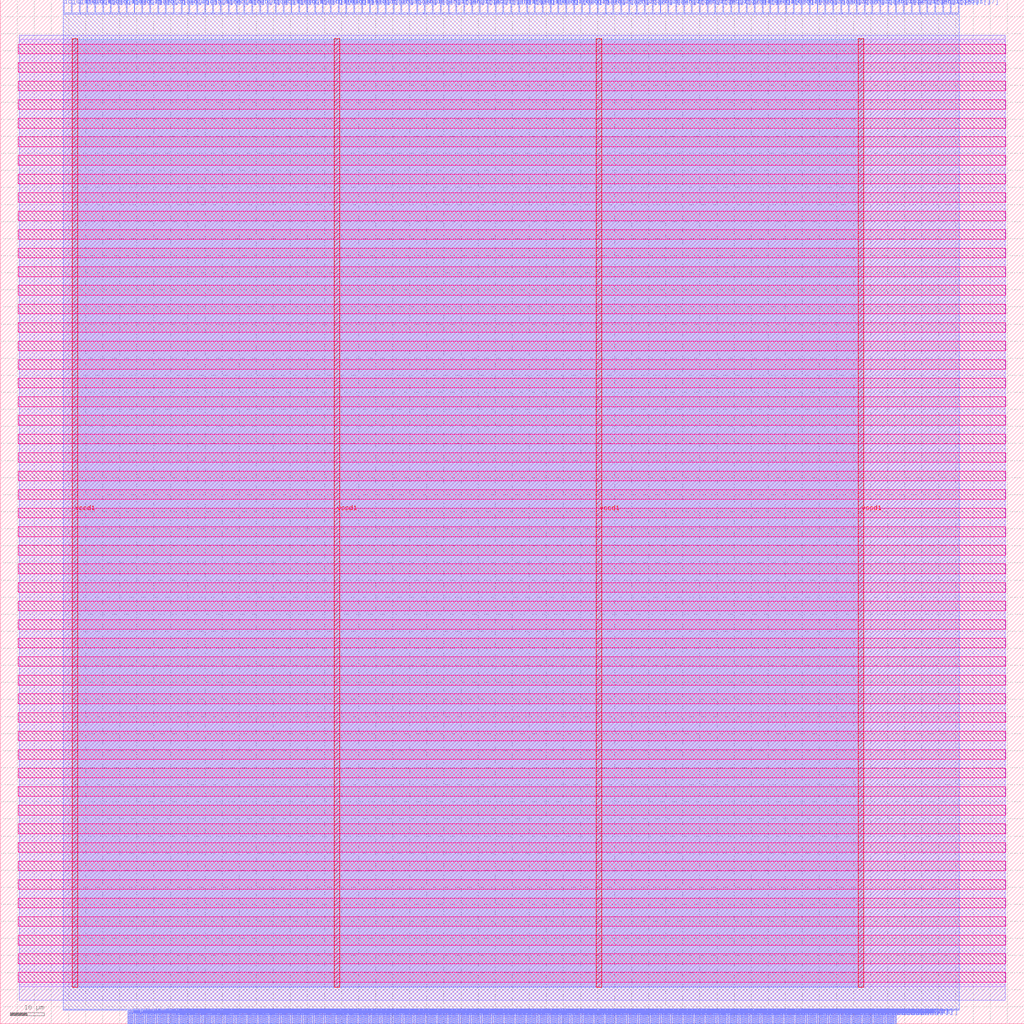
<source format=lef>
VERSION 5.7 ;
  NOWIREEXTENSIONATPIN ON ;
  DIVIDERCHAR "/" ;
  BUSBITCHARS "[]" ;
MACRO macro_decap_3
  CLASS BLOCK ;
  FOREIGN macro_decap_3 ;
  ORIGIN 0.000 0.000 ;
  SIZE 300.000 BY 300.000 ;
  PIN io_active
    DIRECTION INPUT ;
    USE SIGNAL ;
    PORT
      LAYER met2 ;
        RECT 18.490 296.000 18.770 300.000 ;
    END
  END io_active
  PIN io_in[0]
    DIRECTION INPUT ;
    USE SIGNAL ;
    PORT
      LAYER met2 ;
        RECT 20.790 296.000 21.070 300.000 ;
    END
  END io_in[0]
  PIN io_in[10]
    DIRECTION INPUT ;
    USE SIGNAL ;
    PORT
      LAYER met2 ;
        RECT 89.790 296.000 90.070 300.000 ;
    END
  END io_in[10]
  PIN io_in[11]
    DIRECTION INPUT ;
    USE SIGNAL ;
    PORT
      LAYER met2 ;
        RECT 96.690 296.000 96.970 300.000 ;
    END
  END io_in[11]
  PIN io_in[12]
    DIRECTION INPUT ;
    USE SIGNAL ;
    PORT
      LAYER met2 ;
        RECT 103.590 296.000 103.870 300.000 ;
    END
  END io_in[12]
  PIN io_in[13]
    DIRECTION INPUT ;
    USE SIGNAL ;
    PORT
      LAYER met2 ;
        RECT 110.490 296.000 110.770 300.000 ;
    END
  END io_in[13]
  PIN io_in[14]
    DIRECTION INPUT ;
    USE SIGNAL ;
    PORT
      LAYER met2 ;
        RECT 117.390 296.000 117.670 300.000 ;
    END
  END io_in[14]
  PIN io_in[15]
    DIRECTION INPUT ;
    USE SIGNAL ;
    PORT
      LAYER met2 ;
        RECT 124.290 296.000 124.570 300.000 ;
    END
  END io_in[15]
  PIN io_in[16]
    DIRECTION INPUT ;
    USE SIGNAL ;
    PORT
      LAYER met2 ;
        RECT 131.190 296.000 131.470 300.000 ;
    END
  END io_in[16]
  PIN io_in[17]
    DIRECTION INPUT ;
    USE SIGNAL ;
    PORT
      LAYER met2 ;
        RECT 138.090 296.000 138.370 300.000 ;
    END
  END io_in[17]
  PIN io_in[18]
    DIRECTION INPUT ;
    USE SIGNAL ;
    PORT
      LAYER met2 ;
        RECT 144.990 296.000 145.270 300.000 ;
    END
  END io_in[18]
  PIN io_in[19]
    DIRECTION INPUT ;
    USE SIGNAL ;
    PORT
      LAYER met2 ;
        RECT 151.890 296.000 152.170 300.000 ;
    END
  END io_in[19]
  PIN io_in[1]
    DIRECTION INPUT ;
    USE SIGNAL ;
    PORT
      LAYER met2 ;
        RECT 27.690 296.000 27.970 300.000 ;
    END
  END io_in[1]
  PIN io_in[20]
    DIRECTION INPUT ;
    USE SIGNAL ;
    PORT
      LAYER met2 ;
        RECT 158.790 296.000 159.070 300.000 ;
    END
  END io_in[20]
  PIN io_in[21]
    DIRECTION INPUT ;
    USE SIGNAL ;
    PORT
      LAYER met2 ;
        RECT 165.690 296.000 165.970 300.000 ;
    END
  END io_in[21]
  PIN io_in[22]
    DIRECTION INPUT ;
    USE SIGNAL ;
    PORT
      LAYER met2 ;
        RECT 172.590 296.000 172.870 300.000 ;
    END
  END io_in[22]
  PIN io_in[23]
    DIRECTION INPUT ;
    USE SIGNAL ;
    PORT
      LAYER met2 ;
        RECT 179.490 296.000 179.770 300.000 ;
    END
  END io_in[23]
  PIN io_in[24]
    DIRECTION INPUT ;
    USE SIGNAL ;
    PORT
      LAYER met2 ;
        RECT 186.390 296.000 186.670 300.000 ;
    END
  END io_in[24]
  PIN io_in[25]
    DIRECTION INPUT ;
    USE SIGNAL ;
    PORT
      LAYER met2 ;
        RECT 193.290 296.000 193.570 300.000 ;
    END
  END io_in[25]
  PIN io_in[26]
    DIRECTION INPUT ;
    USE SIGNAL ;
    PORT
      LAYER met2 ;
        RECT 200.190 296.000 200.470 300.000 ;
    END
  END io_in[26]
  PIN io_in[27]
    DIRECTION INPUT ;
    USE SIGNAL ;
    PORT
      LAYER met2 ;
        RECT 207.090 296.000 207.370 300.000 ;
    END
  END io_in[27]
  PIN io_in[28]
    DIRECTION INPUT ;
    USE SIGNAL ;
    PORT
      LAYER met2 ;
        RECT 213.990 296.000 214.270 300.000 ;
    END
  END io_in[28]
  PIN io_in[29]
    DIRECTION INPUT ;
    USE SIGNAL ;
    PORT
      LAYER met2 ;
        RECT 220.890 296.000 221.170 300.000 ;
    END
  END io_in[29]
  PIN io_in[2]
    DIRECTION INPUT ;
    USE SIGNAL ;
    PORT
      LAYER met2 ;
        RECT 34.590 296.000 34.870 300.000 ;
    END
  END io_in[2]
  PIN io_in[30]
    DIRECTION INPUT ;
    USE SIGNAL ;
    PORT
      LAYER met2 ;
        RECT 227.790 296.000 228.070 300.000 ;
    END
  END io_in[30]
  PIN io_in[31]
    DIRECTION INPUT ;
    USE SIGNAL ;
    PORT
      LAYER met2 ;
        RECT 234.690 296.000 234.970 300.000 ;
    END
  END io_in[31]
  PIN io_in[32]
    DIRECTION INPUT ;
    USE SIGNAL ;
    PORT
      LAYER met2 ;
        RECT 241.590 296.000 241.870 300.000 ;
    END
  END io_in[32]
  PIN io_in[33]
    DIRECTION INPUT ;
    USE SIGNAL ;
    PORT
      LAYER met2 ;
        RECT 248.490 296.000 248.770 300.000 ;
    END
  END io_in[33]
  PIN io_in[34]
    DIRECTION INPUT ;
    USE SIGNAL ;
    PORT
      LAYER met2 ;
        RECT 255.390 296.000 255.670 300.000 ;
    END
  END io_in[34]
  PIN io_in[35]
    DIRECTION INPUT ;
    USE SIGNAL ;
    PORT
      LAYER met2 ;
        RECT 262.290 296.000 262.570 300.000 ;
    END
  END io_in[35]
  PIN io_in[36]
    DIRECTION INPUT ;
    USE SIGNAL ;
    PORT
      LAYER met2 ;
        RECT 269.190 296.000 269.470 300.000 ;
    END
  END io_in[36]
  PIN io_in[37]
    DIRECTION INPUT ;
    USE SIGNAL ;
    PORT
      LAYER met2 ;
        RECT 276.090 296.000 276.370 300.000 ;
    END
  END io_in[37]
  PIN io_in[3]
    DIRECTION INPUT ;
    USE SIGNAL ;
    PORT
      LAYER met2 ;
        RECT 41.490 296.000 41.770 300.000 ;
    END
  END io_in[3]
  PIN io_in[4]
    DIRECTION INPUT ;
    USE SIGNAL ;
    PORT
      LAYER met2 ;
        RECT 48.390 296.000 48.670 300.000 ;
    END
  END io_in[4]
  PIN io_in[5]
    DIRECTION INPUT ;
    USE SIGNAL ;
    PORT
      LAYER met2 ;
        RECT 55.290 296.000 55.570 300.000 ;
    END
  END io_in[5]
  PIN io_in[6]
    DIRECTION INPUT ;
    USE SIGNAL ;
    PORT
      LAYER met2 ;
        RECT 62.190 296.000 62.470 300.000 ;
    END
  END io_in[6]
  PIN io_in[7]
    DIRECTION INPUT ;
    USE SIGNAL ;
    PORT
      LAYER met2 ;
        RECT 69.090 296.000 69.370 300.000 ;
    END
  END io_in[7]
  PIN io_in[8]
    DIRECTION INPUT ;
    USE SIGNAL ;
    PORT
      LAYER met2 ;
        RECT 75.990 296.000 76.270 300.000 ;
    END
  END io_in[8]
  PIN io_in[9]
    DIRECTION INPUT ;
    USE SIGNAL ;
    PORT
      LAYER met2 ;
        RECT 82.890 296.000 83.170 300.000 ;
    END
  END io_in[9]
  PIN io_oeb[0]
    DIRECTION OUTPUT TRISTATE ;
    USE SIGNAL ;
    PORT
      LAYER met2 ;
        RECT 23.090 296.000 23.370 300.000 ;
    END
  END io_oeb[0]
  PIN io_oeb[10]
    DIRECTION OUTPUT TRISTATE ;
    USE SIGNAL ;
    PORT
      LAYER met2 ;
        RECT 92.090 296.000 92.370 300.000 ;
    END
  END io_oeb[10]
  PIN io_oeb[11]
    DIRECTION OUTPUT TRISTATE ;
    USE SIGNAL ;
    PORT
      LAYER met2 ;
        RECT 98.990 296.000 99.270 300.000 ;
    END
  END io_oeb[11]
  PIN io_oeb[12]
    DIRECTION OUTPUT TRISTATE ;
    USE SIGNAL ;
    PORT
      LAYER met2 ;
        RECT 105.890 296.000 106.170 300.000 ;
    END
  END io_oeb[12]
  PIN io_oeb[13]
    DIRECTION OUTPUT TRISTATE ;
    USE SIGNAL ;
    PORT
      LAYER met2 ;
        RECT 112.790 296.000 113.070 300.000 ;
    END
  END io_oeb[13]
  PIN io_oeb[14]
    DIRECTION OUTPUT TRISTATE ;
    USE SIGNAL ;
    PORT
      LAYER met2 ;
        RECT 119.690 296.000 119.970 300.000 ;
    END
  END io_oeb[14]
  PIN io_oeb[15]
    DIRECTION OUTPUT TRISTATE ;
    USE SIGNAL ;
    PORT
      LAYER met2 ;
        RECT 126.590 296.000 126.870 300.000 ;
    END
  END io_oeb[15]
  PIN io_oeb[16]
    DIRECTION OUTPUT TRISTATE ;
    USE SIGNAL ;
    PORT
      LAYER met2 ;
        RECT 133.490 296.000 133.770 300.000 ;
    END
  END io_oeb[16]
  PIN io_oeb[17]
    DIRECTION OUTPUT TRISTATE ;
    USE SIGNAL ;
    PORT
      LAYER met2 ;
        RECT 140.390 296.000 140.670 300.000 ;
    END
  END io_oeb[17]
  PIN io_oeb[18]
    DIRECTION OUTPUT TRISTATE ;
    USE SIGNAL ;
    PORT
      LAYER met2 ;
        RECT 147.290 296.000 147.570 300.000 ;
    END
  END io_oeb[18]
  PIN io_oeb[19]
    DIRECTION OUTPUT TRISTATE ;
    USE SIGNAL ;
    PORT
      LAYER met2 ;
        RECT 154.190 296.000 154.470 300.000 ;
    END
  END io_oeb[19]
  PIN io_oeb[1]
    DIRECTION OUTPUT TRISTATE ;
    USE SIGNAL ;
    PORT
      LAYER met2 ;
        RECT 29.990 296.000 30.270 300.000 ;
    END
  END io_oeb[1]
  PIN io_oeb[20]
    DIRECTION OUTPUT TRISTATE ;
    USE SIGNAL ;
    PORT
      LAYER met2 ;
        RECT 161.090 296.000 161.370 300.000 ;
    END
  END io_oeb[20]
  PIN io_oeb[21]
    DIRECTION OUTPUT TRISTATE ;
    USE SIGNAL ;
    PORT
      LAYER met2 ;
        RECT 167.990 296.000 168.270 300.000 ;
    END
  END io_oeb[21]
  PIN io_oeb[22]
    DIRECTION OUTPUT TRISTATE ;
    USE SIGNAL ;
    PORT
      LAYER met2 ;
        RECT 174.890 296.000 175.170 300.000 ;
    END
  END io_oeb[22]
  PIN io_oeb[23]
    DIRECTION OUTPUT TRISTATE ;
    USE SIGNAL ;
    PORT
      LAYER met2 ;
        RECT 181.790 296.000 182.070 300.000 ;
    END
  END io_oeb[23]
  PIN io_oeb[24]
    DIRECTION OUTPUT TRISTATE ;
    USE SIGNAL ;
    PORT
      LAYER met2 ;
        RECT 188.690 296.000 188.970 300.000 ;
    END
  END io_oeb[24]
  PIN io_oeb[25]
    DIRECTION OUTPUT TRISTATE ;
    USE SIGNAL ;
    PORT
      LAYER met2 ;
        RECT 195.590 296.000 195.870 300.000 ;
    END
  END io_oeb[25]
  PIN io_oeb[26]
    DIRECTION OUTPUT TRISTATE ;
    USE SIGNAL ;
    PORT
      LAYER met2 ;
        RECT 202.490 296.000 202.770 300.000 ;
    END
  END io_oeb[26]
  PIN io_oeb[27]
    DIRECTION OUTPUT TRISTATE ;
    USE SIGNAL ;
    PORT
      LAYER met2 ;
        RECT 209.390 296.000 209.670 300.000 ;
    END
  END io_oeb[27]
  PIN io_oeb[28]
    DIRECTION OUTPUT TRISTATE ;
    USE SIGNAL ;
    PORT
      LAYER met2 ;
        RECT 216.290 296.000 216.570 300.000 ;
    END
  END io_oeb[28]
  PIN io_oeb[29]
    DIRECTION OUTPUT TRISTATE ;
    USE SIGNAL ;
    PORT
      LAYER met2 ;
        RECT 223.190 296.000 223.470 300.000 ;
    END
  END io_oeb[29]
  PIN io_oeb[2]
    DIRECTION OUTPUT TRISTATE ;
    USE SIGNAL ;
    PORT
      LAYER met2 ;
        RECT 36.890 296.000 37.170 300.000 ;
    END
  END io_oeb[2]
  PIN io_oeb[30]
    DIRECTION OUTPUT TRISTATE ;
    USE SIGNAL ;
    PORT
      LAYER met2 ;
        RECT 230.090 296.000 230.370 300.000 ;
    END
  END io_oeb[30]
  PIN io_oeb[31]
    DIRECTION OUTPUT TRISTATE ;
    USE SIGNAL ;
    PORT
      LAYER met2 ;
        RECT 236.990 296.000 237.270 300.000 ;
    END
  END io_oeb[31]
  PIN io_oeb[32]
    DIRECTION OUTPUT TRISTATE ;
    USE SIGNAL ;
    PORT
      LAYER met2 ;
        RECT 243.890 296.000 244.170 300.000 ;
    END
  END io_oeb[32]
  PIN io_oeb[33]
    DIRECTION OUTPUT TRISTATE ;
    USE SIGNAL ;
    PORT
      LAYER met2 ;
        RECT 250.790 296.000 251.070 300.000 ;
    END
  END io_oeb[33]
  PIN io_oeb[34]
    DIRECTION OUTPUT TRISTATE ;
    USE SIGNAL ;
    PORT
      LAYER met2 ;
        RECT 257.690 296.000 257.970 300.000 ;
    END
  END io_oeb[34]
  PIN io_oeb[35]
    DIRECTION OUTPUT TRISTATE ;
    USE SIGNAL ;
    PORT
      LAYER met2 ;
        RECT 264.590 296.000 264.870 300.000 ;
    END
  END io_oeb[35]
  PIN io_oeb[36]
    DIRECTION OUTPUT TRISTATE ;
    USE SIGNAL ;
    PORT
      LAYER met2 ;
        RECT 271.490 296.000 271.770 300.000 ;
    END
  END io_oeb[36]
  PIN io_oeb[37]
    DIRECTION OUTPUT TRISTATE ;
    USE SIGNAL ;
    PORT
      LAYER met2 ;
        RECT 278.390 296.000 278.670 300.000 ;
    END
  END io_oeb[37]
  PIN io_oeb[3]
    DIRECTION OUTPUT TRISTATE ;
    USE SIGNAL ;
    PORT
      LAYER met2 ;
        RECT 43.790 296.000 44.070 300.000 ;
    END
  END io_oeb[3]
  PIN io_oeb[4]
    DIRECTION OUTPUT TRISTATE ;
    USE SIGNAL ;
    PORT
      LAYER met2 ;
        RECT 50.690 296.000 50.970 300.000 ;
    END
  END io_oeb[4]
  PIN io_oeb[5]
    DIRECTION OUTPUT TRISTATE ;
    USE SIGNAL ;
    PORT
      LAYER met2 ;
        RECT 57.590 296.000 57.870 300.000 ;
    END
  END io_oeb[5]
  PIN io_oeb[6]
    DIRECTION OUTPUT TRISTATE ;
    USE SIGNAL ;
    PORT
      LAYER met2 ;
        RECT 64.490 296.000 64.770 300.000 ;
    END
  END io_oeb[6]
  PIN io_oeb[7]
    DIRECTION OUTPUT TRISTATE ;
    USE SIGNAL ;
    PORT
      LAYER met2 ;
        RECT 71.390 296.000 71.670 300.000 ;
    END
  END io_oeb[7]
  PIN io_oeb[8]
    DIRECTION OUTPUT TRISTATE ;
    USE SIGNAL ;
    PORT
      LAYER met2 ;
        RECT 78.290 296.000 78.570 300.000 ;
    END
  END io_oeb[8]
  PIN io_oeb[9]
    DIRECTION OUTPUT TRISTATE ;
    USE SIGNAL ;
    PORT
      LAYER met2 ;
        RECT 85.190 296.000 85.470 300.000 ;
    END
  END io_oeb[9]
  PIN io_out[0]
    DIRECTION OUTPUT TRISTATE ;
    USE SIGNAL ;
    PORT
      LAYER met2 ;
        RECT 25.390 296.000 25.670 300.000 ;
    END
  END io_out[0]
  PIN io_out[10]
    DIRECTION OUTPUT TRISTATE ;
    USE SIGNAL ;
    PORT
      LAYER met2 ;
        RECT 94.390 296.000 94.670 300.000 ;
    END
  END io_out[10]
  PIN io_out[11]
    DIRECTION OUTPUT TRISTATE ;
    USE SIGNAL ;
    PORT
      LAYER met2 ;
        RECT 101.290 296.000 101.570 300.000 ;
    END
  END io_out[11]
  PIN io_out[12]
    DIRECTION OUTPUT TRISTATE ;
    USE SIGNAL ;
    PORT
      LAYER met2 ;
        RECT 108.190 296.000 108.470 300.000 ;
    END
  END io_out[12]
  PIN io_out[13]
    DIRECTION OUTPUT TRISTATE ;
    USE SIGNAL ;
    PORT
      LAYER met2 ;
        RECT 115.090 296.000 115.370 300.000 ;
    END
  END io_out[13]
  PIN io_out[14]
    DIRECTION OUTPUT TRISTATE ;
    USE SIGNAL ;
    PORT
      LAYER met2 ;
        RECT 121.990 296.000 122.270 300.000 ;
    END
  END io_out[14]
  PIN io_out[15]
    DIRECTION OUTPUT TRISTATE ;
    USE SIGNAL ;
    PORT
      LAYER met2 ;
        RECT 128.890 296.000 129.170 300.000 ;
    END
  END io_out[15]
  PIN io_out[16]
    DIRECTION OUTPUT TRISTATE ;
    USE SIGNAL ;
    PORT
      LAYER met2 ;
        RECT 135.790 296.000 136.070 300.000 ;
    END
  END io_out[16]
  PIN io_out[17]
    DIRECTION OUTPUT TRISTATE ;
    USE SIGNAL ;
    PORT
      LAYER met2 ;
        RECT 142.690 296.000 142.970 300.000 ;
    END
  END io_out[17]
  PIN io_out[18]
    DIRECTION OUTPUT TRISTATE ;
    USE SIGNAL ;
    PORT
      LAYER met2 ;
        RECT 149.590 296.000 149.870 300.000 ;
    END
  END io_out[18]
  PIN io_out[19]
    DIRECTION OUTPUT TRISTATE ;
    USE SIGNAL ;
    PORT
      LAYER met2 ;
        RECT 156.490 296.000 156.770 300.000 ;
    END
  END io_out[19]
  PIN io_out[1]
    DIRECTION OUTPUT TRISTATE ;
    USE SIGNAL ;
    PORT
      LAYER met2 ;
        RECT 32.290 296.000 32.570 300.000 ;
    END
  END io_out[1]
  PIN io_out[20]
    DIRECTION OUTPUT TRISTATE ;
    USE SIGNAL ;
    PORT
      LAYER met2 ;
        RECT 163.390 296.000 163.670 300.000 ;
    END
  END io_out[20]
  PIN io_out[21]
    DIRECTION OUTPUT TRISTATE ;
    USE SIGNAL ;
    PORT
      LAYER met2 ;
        RECT 170.290 296.000 170.570 300.000 ;
    END
  END io_out[21]
  PIN io_out[22]
    DIRECTION OUTPUT TRISTATE ;
    USE SIGNAL ;
    PORT
      LAYER met2 ;
        RECT 177.190 296.000 177.470 300.000 ;
    END
  END io_out[22]
  PIN io_out[23]
    DIRECTION OUTPUT TRISTATE ;
    USE SIGNAL ;
    PORT
      LAYER met2 ;
        RECT 184.090 296.000 184.370 300.000 ;
    END
  END io_out[23]
  PIN io_out[24]
    DIRECTION OUTPUT TRISTATE ;
    USE SIGNAL ;
    PORT
      LAYER met2 ;
        RECT 190.990 296.000 191.270 300.000 ;
    END
  END io_out[24]
  PIN io_out[25]
    DIRECTION OUTPUT TRISTATE ;
    USE SIGNAL ;
    PORT
      LAYER met2 ;
        RECT 197.890 296.000 198.170 300.000 ;
    END
  END io_out[25]
  PIN io_out[26]
    DIRECTION OUTPUT TRISTATE ;
    USE SIGNAL ;
    PORT
      LAYER met2 ;
        RECT 204.790 296.000 205.070 300.000 ;
    END
  END io_out[26]
  PIN io_out[27]
    DIRECTION OUTPUT TRISTATE ;
    USE SIGNAL ;
    PORT
      LAYER met2 ;
        RECT 211.690 296.000 211.970 300.000 ;
    END
  END io_out[27]
  PIN io_out[28]
    DIRECTION OUTPUT TRISTATE ;
    USE SIGNAL ;
    PORT
      LAYER met2 ;
        RECT 218.590 296.000 218.870 300.000 ;
    END
  END io_out[28]
  PIN io_out[29]
    DIRECTION OUTPUT TRISTATE ;
    USE SIGNAL ;
    PORT
      LAYER met2 ;
        RECT 225.490 296.000 225.770 300.000 ;
    END
  END io_out[29]
  PIN io_out[2]
    DIRECTION OUTPUT TRISTATE ;
    USE SIGNAL ;
    PORT
      LAYER met2 ;
        RECT 39.190 296.000 39.470 300.000 ;
    END
  END io_out[2]
  PIN io_out[30]
    DIRECTION OUTPUT TRISTATE ;
    USE SIGNAL ;
    PORT
      LAYER met2 ;
        RECT 232.390 296.000 232.670 300.000 ;
    END
  END io_out[30]
  PIN io_out[31]
    DIRECTION OUTPUT TRISTATE ;
    USE SIGNAL ;
    PORT
      LAYER met2 ;
        RECT 239.290 296.000 239.570 300.000 ;
    END
  END io_out[31]
  PIN io_out[32]
    DIRECTION OUTPUT TRISTATE ;
    USE SIGNAL ;
    PORT
      LAYER met2 ;
        RECT 246.190 296.000 246.470 300.000 ;
    END
  END io_out[32]
  PIN io_out[33]
    DIRECTION OUTPUT TRISTATE ;
    USE SIGNAL ;
    PORT
      LAYER met2 ;
        RECT 253.090 296.000 253.370 300.000 ;
    END
  END io_out[33]
  PIN io_out[34]
    DIRECTION OUTPUT TRISTATE ;
    USE SIGNAL ;
    PORT
      LAYER met2 ;
        RECT 259.990 296.000 260.270 300.000 ;
    END
  END io_out[34]
  PIN io_out[35]
    DIRECTION OUTPUT TRISTATE ;
    USE SIGNAL ;
    PORT
      LAYER met2 ;
        RECT 266.890 296.000 267.170 300.000 ;
    END
  END io_out[35]
  PIN io_out[36]
    DIRECTION OUTPUT TRISTATE ;
    USE SIGNAL ;
    PORT
      LAYER met2 ;
        RECT 273.790 296.000 274.070 300.000 ;
    END
  END io_out[36]
  PIN io_out[37]
    DIRECTION OUTPUT TRISTATE ;
    USE SIGNAL ;
    PORT
      LAYER met2 ;
        RECT 280.690 296.000 280.970 300.000 ;
    END
  END io_out[37]
  PIN io_out[3]
    DIRECTION OUTPUT TRISTATE ;
    USE SIGNAL ;
    PORT
      LAYER met2 ;
        RECT 46.090 296.000 46.370 300.000 ;
    END
  END io_out[3]
  PIN io_out[4]
    DIRECTION OUTPUT TRISTATE ;
    USE SIGNAL ;
    PORT
      LAYER met2 ;
        RECT 52.990 296.000 53.270 300.000 ;
    END
  END io_out[4]
  PIN io_out[5]
    DIRECTION OUTPUT TRISTATE ;
    USE SIGNAL ;
    PORT
      LAYER met2 ;
        RECT 59.890 296.000 60.170 300.000 ;
    END
  END io_out[5]
  PIN io_out[6]
    DIRECTION OUTPUT TRISTATE ;
    USE SIGNAL ;
    PORT
      LAYER met2 ;
        RECT 66.790 296.000 67.070 300.000 ;
    END
  END io_out[6]
  PIN io_out[7]
    DIRECTION OUTPUT TRISTATE ;
    USE SIGNAL ;
    PORT
      LAYER met2 ;
        RECT 73.690 296.000 73.970 300.000 ;
    END
  END io_out[7]
  PIN io_out[8]
    DIRECTION OUTPUT TRISTATE ;
    USE SIGNAL ;
    PORT
      LAYER met2 ;
        RECT 80.590 296.000 80.870 300.000 ;
    END
  END io_out[8]
  PIN io_out[9]
    DIRECTION OUTPUT TRISTATE ;
    USE SIGNAL ;
    PORT
      LAYER met2 ;
        RECT 87.490 296.000 87.770 300.000 ;
    END
  END io_out[9]
  PIN la_data_in[0]
    DIRECTION INPUT ;
    USE SIGNAL ;
    PORT
      LAYER met2 ;
        RECT 86.110 0.000 86.390 4.000 ;
    END
  END la_data_in[0]
  PIN la_data_in[100]
    DIRECTION INPUT ;
    USE SIGNAL ;
    PORT
      LAYER met2 ;
        RECT 224.110 0.000 224.390 4.000 ;
    END
  END la_data_in[100]
  PIN la_data_in[101]
    DIRECTION INPUT ;
    USE SIGNAL ;
    PORT
      LAYER met2 ;
        RECT 225.490 0.000 225.770 4.000 ;
    END
  END la_data_in[101]
  PIN la_data_in[102]
    DIRECTION INPUT ;
    USE SIGNAL ;
    PORT
      LAYER met2 ;
        RECT 226.870 0.000 227.150 4.000 ;
    END
  END la_data_in[102]
  PIN la_data_in[103]
    DIRECTION INPUT ;
    USE SIGNAL ;
    PORT
      LAYER met2 ;
        RECT 228.250 0.000 228.530 4.000 ;
    END
  END la_data_in[103]
  PIN la_data_in[104]
    DIRECTION INPUT ;
    USE SIGNAL ;
    PORT
      LAYER met2 ;
        RECT 229.630 0.000 229.910 4.000 ;
    END
  END la_data_in[104]
  PIN la_data_in[105]
    DIRECTION INPUT ;
    USE SIGNAL ;
    PORT
      LAYER met2 ;
        RECT 231.010 0.000 231.290 4.000 ;
    END
  END la_data_in[105]
  PIN la_data_in[106]
    DIRECTION INPUT ;
    USE SIGNAL ;
    PORT
      LAYER met2 ;
        RECT 232.390 0.000 232.670 4.000 ;
    END
  END la_data_in[106]
  PIN la_data_in[107]
    DIRECTION INPUT ;
    USE SIGNAL ;
    PORT
      LAYER met2 ;
        RECT 233.770 0.000 234.050 4.000 ;
    END
  END la_data_in[107]
  PIN la_data_in[108]
    DIRECTION INPUT ;
    USE SIGNAL ;
    PORT
      LAYER met2 ;
        RECT 235.150 0.000 235.430 4.000 ;
    END
  END la_data_in[108]
  PIN la_data_in[109]
    DIRECTION INPUT ;
    USE SIGNAL ;
    PORT
      LAYER met2 ;
        RECT 236.530 0.000 236.810 4.000 ;
    END
  END la_data_in[109]
  PIN la_data_in[10]
    DIRECTION INPUT ;
    USE SIGNAL ;
    PORT
      LAYER met2 ;
        RECT 99.910 0.000 100.190 4.000 ;
    END
  END la_data_in[10]
  PIN la_data_in[110]
    DIRECTION INPUT ;
    USE SIGNAL ;
    PORT
      LAYER met2 ;
        RECT 237.910 0.000 238.190 4.000 ;
    END
  END la_data_in[110]
  PIN la_data_in[111]
    DIRECTION INPUT ;
    USE SIGNAL ;
    PORT
      LAYER met2 ;
        RECT 239.290 0.000 239.570 4.000 ;
    END
  END la_data_in[111]
  PIN la_data_in[112]
    DIRECTION INPUT ;
    USE SIGNAL ;
    PORT
      LAYER met2 ;
        RECT 240.670 0.000 240.950 4.000 ;
    END
  END la_data_in[112]
  PIN la_data_in[113]
    DIRECTION INPUT ;
    USE SIGNAL ;
    PORT
      LAYER met2 ;
        RECT 242.050 0.000 242.330 4.000 ;
    END
  END la_data_in[113]
  PIN la_data_in[114]
    DIRECTION INPUT ;
    USE SIGNAL ;
    PORT
      LAYER met2 ;
        RECT 243.430 0.000 243.710 4.000 ;
    END
  END la_data_in[114]
  PIN la_data_in[115]
    DIRECTION INPUT ;
    USE SIGNAL ;
    PORT
      LAYER met2 ;
        RECT 244.810 0.000 245.090 4.000 ;
    END
  END la_data_in[115]
  PIN la_data_in[116]
    DIRECTION INPUT ;
    USE SIGNAL ;
    PORT
      LAYER met2 ;
        RECT 246.190 0.000 246.470 4.000 ;
    END
  END la_data_in[116]
  PIN la_data_in[117]
    DIRECTION INPUT ;
    USE SIGNAL ;
    PORT
      LAYER met2 ;
        RECT 247.570 0.000 247.850 4.000 ;
    END
  END la_data_in[117]
  PIN la_data_in[118]
    DIRECTION INPUT ;
    USE SIGNAL ;
    PORT
      LAYER met2 ;
        RECT 248.950 0.000 249.230 4.000 ;
    END
  END la_data_in[118]
  PIN la_data_in[119]
    DIRECTION INPUT ;
    USE SIGNAL ;
    PORT
      LAYER met2 ;
        RECT 250.330 0.000 250.610 4.000 ;
    END
  END la_data_in[119]
  PIN la_data_in[11]
    DIRECTION INPUT ;
    USE SIGNAL ;
    PORT
      LAYER met2 ;
        RECT 101.290 0.000 101.570 4.000 ;
    END
  END la_data_in[11]
  PIN la_data_in[120]
    DIRECTION INPUT ;
    USE SIGNAL ;
    PORT
      LAYER met2 ;
        RECT 251.710 0.000 251.990 4.000 ;
    END
  END la_data_in[120]
  PIN la_data_in[121]
    DIRECTION INPUT ;
    USE SIGNAL ;
    PORT
      LAYER met2 ;
        RECT 253.090 0.000 253.370 4.000 ;
    END
  END la_data_in[121]
  PIN la_data_in[122]
    DIRECTION INPUT ;
    USE SIGNAL ;
    PORT
      LAYER met2 ;
        RECT 254.470 0.000 254.750 4.000 ;
    END
  END la_data_in[122]
  PIN la_data_in[123]
    DIRECTION INPUT ;
    USE SIGNAL ;
    PORT
      LAYER met2 ;
        RECT 255.850 0.000 256.130 4.000 ;
    END
  END la_data_in[123]
  PIN la_data_in[124]
    DIRECTION INPUT ;
    USE SIGNAL ;
    PORT
      LAYER met2 ;
        RECT 257.230 0.000 257.510 4.000 ;
    END
  END la_data_in[124]
  PIN la_data_in[125]
    DIRECTION INPUT ;
    USE SIGNAL ;
    PORT
      LAYER met2 ;
        RECT 258.610 0.000 258.890 4.000 ;
    END
  END la_data_in[125]
  PIN la_data_in[126]
    DIRECTION INPUT ;
    USE SIGNAL ;
    PORT
      LAYER met2 ;
        RECT 259.990 0.000 260.270 4.000 ;
    END
  END la_data_in[126]
  PIN la_data_in[127]
    DIRECTION INPUT ;
    USE SIGNAL ;
    PORT
      LAYER met2 ;
        RECT 261.370 0.000 261.650 4.000 ;
    END
  END la_data_in[127]
  PIN la_data_in[12]
    DIRECTION INPUT ;
    USE SIGNAL ;
    PORT
      LAYER met2 ;
        RECT 102.670 0.000 102.950 4.000 ;
    END
  END la_data_in[12]
  PIN la_data_in[13]
    DIRECTION INPUT ;
    USE SIGNAL ;
    PORT
      LAYER met2 ;
        RECT 104.050 0.000 104.330 4.000 ;
    END
  END la_data_in[13]
  PIN la_data_in[14]
    DIRECTION INPUT ;
    USE SIGNAL ;
    PORT
      LAYER met2 ;
        RECT 105.430 0.000 105.710 4.000 ;
    END
  END la_data_in[14]
  PIN la_data_in[15]
    DIRECTION INPUT ;
    USE SIGNAL ;
    PORT
      LAYER met2 ;
        RECT 106.810 0.000 107.090 4.000 ;
    END
  END la_data_in[15]
  PIN la_data_in[16]
    DIRECTION INPUT ;
    USE SIGNAL ;
    PORT
      LAYER met2 ;
        RECT 108.190 0.000 108.470 4.000 ;
    END
  END la_data_in[16]
  PIN la_data_in[17]
    DIRECTION INPUT ;
    USE SIGNAL ;
    PORT
      LAYER met2 ;
        RECT 109.570 0.000 109.850 4.000 ;
    END
  END la_data_in[17]
  PIN la_data_in[18]
    DIRECTION INPUT ;
    USE SIGNAL ;
    PORT
      LAYER met2 ;
        RECT 110.950 0.000 111.230 4.000 ;
    END
  END la_data_in[18]
  PIN la_data_in[19]
    DIRECTION INPUT ;
    USE SIGNAL ;
    PORT
      LAYER met2 ;
        RECT 112.330 0.000 112.610 4.000 ;
    END
  END la_data_in[19]
  PIN la_data_in[1]
    DIRECTION INPUT ;
    USE SIGNAL ;
    PORT
      LAYER met2 ;
        RECT 87.490 0.000 87.770 4.000 ;
    END
  END la_data_in[1]
  PIN la_data_in[20]
    DIRECTION INPUT ;
    USE SIGNAL ;
    PORT
      LAYER met2 ;
        RECT 113.710 0.000 113.990 4.000 ;
    END
  END la_data_in[20]
  PIN la_data_in[21]
    DIRECTION INPUT ;
    USE SIGNAL ;
    PORT
      LAYER met2 ;
        RECT 115.090 0.000 115.370 4.000 ;
    END
  END la_data_in[21]
  PIN la_data_in[22]
    DIRECTION INPUT ;
    USE SIGNAL ;
    PORT
      LAYER met2 ;
        RECT 116.470 0.000 116.750 4.000 ;
    END
  END la_data_in[22]
  PIN la_data_in[23]
    DIRECTION INPUT ;
    USE SIGNAL ;
    PORT
      LAYER met2 ;
        RECT 117.850 0.000 118.130 4.000 ;
    END
  END la_data_in[23]
  PIN la_data_in[24]
    DIRECTION INPUT ;
    USE SIGNAL ;
    PORT
      LAYER met2 ;
        RECT 119.230 0.000 119.510 4.000 ;
    END
  END la_data_in[24]
  PIN la_data_in[25]
    DIRECTION INPUT ;
    USE SIGNAL ;
    PORT
      LAYER met2 ;
        RECT 120.610 0.000 120.890 4.000 ;
    END
  END la_data_in[25]
  PIN la_data_in[26]
    DIRECTION INPUT ;
    USE SIGNAL ;
    PORT
      LAYER met2 ;
        RECT 121.990 0.000 122.270 4.000 ;
    END
  END la_data_in[26]
  PIN la_data_in[27]
    DIRECTION INPUT ;
    USE SIGNAL ;
    PORT
      LAYER met2 ;
        RECT 123.370 0.000 123.650 4.000 ;
    END
  END la_data_in[27]
  PIN la_data_in[28]
    DIRECTION INPUT ;
    USE SIGNAL ;
    PORT
      LAYER met2 ;
        RECT 124.750 0.000 125.030 4.000 ;
    END
  END la_data_in[28]
  PIN la_data_in[29]
    DIRECTION INPUT ;
    USE SIGNAL ;
    PORT
      LAYER met2 ;
        RECT 126.130 0.000 126.410 4.000 ;
    END
  END la_data_in[29]
  PIN la_data_in[2]
    DIRECTION INPUT ;
    USE SIGNAL ;
    PORT
      LAYER met2 ;
        RECT 88.870 0.000 89.150 4.000 ;
    END
  END la_data_in[2]
  PIN la_data_in[30]
    DIRECTION INPUT ;
    USE SIGNAL ;
    PORT
      LAYER met2 ;
        RECT 127.510 0.000 127.790 4.000 ;
    END
  END la_data_in[30]
  PIN la_data_in[31]
    DIRECTION INPUT ;
    USE SIGNAL ;
    PORT
      LAYER met2 ;
        RECT 128.890 0.000 129.170 4.000 ;
    END
  END la_data_in[31]
  PIN la_data_in[32]
    DIRECTION INPUT ;
    USE SIGNAL ;
    PORT
      LAYER met2 ;
        RECT 130.270 0.000 130.550 4.000 ;
    END
  END la_data_in[32]
  PIN la_data_in[33]
    DIRECTION INPUT ;
    USE SIGNAL ;
    PORT
      LAYER met2 ;
        RECT 131.650 0.000 131.930 4.000 ;
    END
  END la_data_in[33]
  PIN la_data_in[34]
    DIRECTION INPUT ;
    USE SIGNAL ;
    PORT
      LAYER met2 ;
        RECT 133.030 0.000 133.310 4.000 ;
    END
  END la_data_in[34]
  PIN la_data_in[35]
    DIRECTION INPUT ;
    USE SIGNAL ;
    PORT
      LAYER met2 ;
        RECT 134.410 0.000 134.690 4.000 ;
    END
  END la_data_in[35]
  PIN la_data_in[36]
    DIRECTION INPUT ;
    USE SIGNAL ;
    PORT
      LAYER met2 ;
        RECT 135.790 0.000 136.070 4.000 ;
    END
  END la_data_in[36]
  PIN la_data_in[37]
    DIRECTION INPUT ;
    USE SIGNAL ;
    PORT
      LAYER met2 ;
        RECT 137.170 0.000 137.450 4.000 ;
    END
  END la_data_in[37]
  PIN la_data_in[38]
    DIRECTION INPUT ;
    USE SIGNAL ;
    PORT
      LAYER met2 ;
        RECT 138.550 0.000 138.830 4.000 ;
    END
  END la_data_in[38]
  PIN la_data_in[39]
    DIRECTION INPUT ;
    USE SIGNAL ;
    PORT
      LAYER met2 ;
        RECT 139.930 0.000 140.210 4.000 ;
    END
  END la_data_in[39]
  PIN la_data_in[3]
    DIRECTION INPUT ;
    USE SIGNAL ;
    PORT
      LAYER met2 ;
        RECT 90.250 0.000 90.530 4.000 ;
    END
  END la_data_in[3]
  PIN la_data_in[40]
    DIRECTION INPUT ;
    USE SIGNAL ;
    PORT
      LAYER met2 ;
        RECT 141.310 0.000 141.590 4.000 ;
    END
  END la_data_in[40]
  PIN la_data_in[41]
    DIRECTION INPUT ;
    USE SIGNAL ;
    PORT
      LAYER met2 ;
        RECT 142.690 0.000 142.970 4.000 ;
    END
  END la_data_in[41]
  PIN la_data_in[42]
    DIRECTION INPUT ;
    USE SIGNAL ;
    PORT
      LAYER met2 ;
        RECT 144.070 0.000 144.350 4.000 ;
    END
  END la_data_in[42]
  PIN la_data_in[43]
    DIRECTION INPUT ;
    USE SIGNAL ;
    PORT
      LAYER met2 ;
        RECT 145.450 0.000 145.730 4.000 ;
    END
  END la_data_in[43]
  PIN la_data_in[44]
    DIRECTION INPUT ;
    USE SIGNAL ;
    PORT
      LAYER met2 ;
        RECT 146.830 0.000 147.110 4.000 ;
    END
  END la_data_in[44]
  PIN la_data_in[45]
    DIRECTION INPUT ;
    USE SIGNAL ;
    PORT
      LAYER met2 ;
        RECT 148.210 0.000 148.490 4.000 ;
    END
  END la_data_in[45]
  PIN la_data_in[46]
    DIRECTION INPUT ;
    USE SIGNAL ;
    PORT
      LAYER met2 ;
        RECT 149.590 0.000 149.870 4.000 ;
    END
  END la_data_in[46]
  PIN la_data_in[47]
    DIRECTION INPUT ;
    USE SIGNAL ;
    PORT
      LAYER met2 ;
        RECT 150.970 0.000 151.250 4.000 ;
    END
  END la_data_in[47]
  PIN la_data_in[48]
    DIRECTION INPUT ;
    USE SIGNAL ;
    PORT
      LAYER met2 ;
        RECT 152.350 0.000 152.630 4.000 ;
    END
  END la_data_in[48]
  PIN la_data_in[49]
    DIRECTION INPUT ;
    USE SIGNAL ;
    PORT
      LAYER met2 ;
        RECT 153.730 0.000 154.010 4.000 ;
    END
  END la_data_in[49]
  PIN la_data_in[4]
    DIRECTION INPUT ;
    USE SIGNAL ;
    PORT
      LAYER met2 ;
        RECT 91.630 0.000 91.910 4.000 ;
    END
  END la_data_in[4]
  PIN la_data_in[50]
    DIRECTION INPUT ;
    USE SIGNAL ;
    PORT
      LAYER met2 ;
        RECT 155.110 0.000 155.390 4.000 ;
    END
  END la_data_in[50]
  PIN la_data_in[51]
    DIRECTION INPUT ;
    USE SIGNAL ;
    PORT
      LAYER met2 ;
        RECT 156.490 0.000 156.770 4.000 ;
    END
  END la_data_in[51]
  PIN la_data_in[52]
    DIRECTION INPUT ;
    USE SIGNAL ;
    PORT
      LAYER met2 ;
        RECT 157.870 0.000 158.150 4.000 ;
    END
  END la_data_in[52]
  PIN la_data_in[53]
    DIRECTION INPUT ;
    USE SIGNAL ;
    PORT
      LAYER met2 ;
        RECT 159.250 0.000 159.530 4.000 ;
    END
  END la_data_in[53]
  PIN la_data_in[54]
    DIRECTION INPUT ;
    USE SIGNAL ;
    PORT
      LAYER met2 ;
        RECT 160.630 0.000 160.910 4.000 ;
    END
  END la_data_in[54]
  PIN la_data_in[55]
    DIRECTION INPUT ;
    USE SIGNAL ;
    PORT
      LAYER met2 ;
        RECT 162.010 0.000 162.290 4.000 ;
    END
  END la_data_in[55]
  PIN la_data_in[56]
    DIRECTION INPUT ;
    USE SIGNAL ;
    PORT
      LAYER met2 ;
        RECT 163.390 0.000 163.670 4.000 ;
    END
  END la_data_in[56]
  PIN la_data_in[57]
    DIRECTION INPUT ;
    USE SIGNAL ;
    PORT
      LAYER met2 ;
        RECT 164.770 0.000 165.050 4.000 ;
    END
  END la_data_in[57]
  PIN la_data_in[58]
    DIRECTION INPUT ;
    USE SIGNAL ;
    PORT
      LAYER met2 ;
        RECT 166.150 0.000 166.430 4.000 ;
    END
  END la_data_in[58]
  PIN la_data_in[59]
    DIRECTION INPUT ;
    USE SIGNAL ;
    PORT
      LAYER met2 ;
        RECT 167.530 0.000 167.810 4.000 ;
    END
  END la_data_in[59]
  PIN la_data_in[5]
    DIRECTION INPUT ;
    USE SIGNAL ;
    PORT
      LAYER met2 ;
        RECT 93.010 0.000 93.290 4.000 ;
    END
  END la_data_in[5]
  PIN la_data_in[60]
    DIRECTION INPUT ;
    USE SIGNAL ;
    PORT
      LAYER met2 ;
        RECT 168.910 0.000 169.190 4.000 ;
    END
  END la_data_in[60]
  PIN la_data_in[61]
    DIRECTION INPUT ;
    USE SIGNAL ;
    PORT
      LAYER met2 ;
        RECT 170.290 0.000 170.570 4.000 ;
    END
  END la_data_in[61]
  PIN la_data_in[62]
    DIRECTION INPUT ;
    USE SIGNAL ;
    PORT
      LAYER met2 ;
        RECT 171.670 0.000 171.950 4.000 ;
    END
  END la_data_in[62]
  PIN la_data_in[63]
    DIRECTION INPUT ;
    USE SIGNAL ;
    PORT
      LAYER met2 ;
        RECT 173.050 0.000 173.330 4.000 ;
    END
  END la_data_in[63]
  PIN la_data_in[64]
    DIRECTION INPUT ;
    USE SIGNAL ;
    PORT
      LAYER met2 ;
        RECT 174.430 0.000 174.710 4.000 ;
    END
  END la_data_in[64]
  PIN la_data_in[65]
    DIRECTION INPUT ;
    USE SIGNAL ;
    PORT
      LAYER met2 ;
        RECT 175.810 0.000 176.090 4.000 ;
    END
  END la_data_in[65]
  PIN la_data_in[66]
    DIRECTION INPUT ;
    USE SIGNAL ;
    PORT
      LAYER met2 ;
        RECT 177.190 0.000 177.470 4.000 ;
    END
  END la_data_in[66]
  PIN la_data_in[67]
    DIRECTION INPUT ;
    USE SIGNAL ;
    PORT
      LAYER met2 ;
        RECT 178.570 0.000 178.850 4.000 ;
    END
  END la_data_in[67]
  PIN la_data_in[68]
    DIRECTION INPUT ;
    USE SIGNAL ;
    PORT
      LAYER met2 ;
        RECT 179.950 0.000 180.230 4.000 ;
    END
  END la_data_in[68]
  PIN la_data_in[69]
    DIRECTION INPUT ;
    USE SIGNAL ;
    PORT
      LAYER met2 ;
        RECT 181.330 0.000 181.610 4.000 ;
    END
  END la_data_in[69]
  PIN la_data_in[6]
    DIRECTION INPUT ;
    USE SIGNAL ;
    PORT
      LAYER met2 ;
        RECT 94.390 0.000 94.670 4.000 ;
    END
  END la_data_in[6]
  PIN la_data_in[70]
    DIRECTION INPUT ;
    USE SIGNAL ;
    PORT
      LAYER met2 ;
        RECT 182.710 0.000 182.990 4.000 ;
    END
  END la_data_in[70]
  PIN la_data_in[71]
    DIRECTION INPUT ;
    USE SIGNAL ;
    PORT
      LAYER met2 ;
        RECT 184.090 0.000 184.370 4.000 ;
    END
  END la_data_in[71]
  PIN la_data_in[72]
    DIRECTION INPUT ;
    USE SIGNAL ;
    PORT
      LAYER met2 ;
        RECT 185.470 0.000 185.750 4.000 ;
    END
  END la_data_in[72]
  PIN la_data_in[73]
    DIRECTION INPUT ;
    USE SIGNAL ;
    PORT
      LAYER met2 ;
        RECT 186.850 0.000 187.130 4.000 ;
    END
  END la_data_in[73]
  PIN la_data_in[74]
    DIRECTION INPUT ;
    USE SIGNAL ;
    PORT
      LAYER met2 ;
        RECT 188.230 0.000 188.510 4.000 ;
    END
  END la_data_in[74]
  PIN la_data_in[75]
    DIRECTION INPUT ;
    USE SIGNAL ;
    PORT
      LAYER met2 ;
        RECT 189.610 0.000 189.890 4.000 ;
    END
  END la_data_in[75]
  PIN la_data_in[76]
    DIRECTION INPUT ;
    USE SIGNAL ;
    PORT
      LAYER met2 ;
        RECT 190.990 0.000 191.270 4.000 ;
    END
  END la_data_in[76]
  PIN la_data_in[77]
    DIRECTION INPUT ;
    USE SIGNAL ;
    PORT
      LAYER met2 ;
        RECT 192.370 0.000 192.650 4.000 ;
    END
  END la_data_in[77]
  PIN la_data_in[78]
    DIRECTION INPUT ;
    USE SIGNAL ;
    PORT
      LAYER met2 ;
        RECT 193.750 0.000 194.030 4.000 ;
    END
  END la_data_in[78]
  PIN la_data_in[79]
    DIRECTION INPUT ;
    USE SIGNAL ;
    PORT
      LAYER met2 ;
        RECT 195.130 0.000 195.410 4.000 ;
    END
  END la_data_in[79]
  PIN la_data_in[7]
    DIRECTION INPUT ;
    USE SIGNAL ;
    PORT
      LAYER met2 ;
        RECT 95.770 0.000 96.050 4.000 ;
    END
  END la_data_in[7]
  PIN la_data_in[80]
    DIRECTION INPUT ;
    USE SIGNAL ;
    PORT
      LAYER met2 ;
        RECT 196.510 0.000 196.790 4.000 ;
    END
  END la_data_in[80]
  PIN la_data_in[81]
    DIRECTION INPUT ;
    USE SIGNAL ;
    PORT
      LAYER met2 ;
        RECT 197.890 0.000 198.170 4.000 ;
    END
  END la_data_in[81]
  PIN la_data_in[82]
    DIRECTION INPUT ;
    USE SIGNAL ;
    PORT
      LAYER met2 ;
        RECT 199.270 0.000 199.550 4.000 ;
    END
  END la_data_in[82]
  PIN la_data_in[83]
    DIRECTION INPUT ;
    USE SIGNAL ;
    PORT
      LAYER met2 ;
        RECT 200.650 0.000 200.930 4.000 ;
    END
  END la_data_in[83]
  PIN la_data_in[84]
    DIRECTION INPUT ;
    USE SIGNAL ;
    PORT
      LAYER met2 ;
        RECT 202.030 0.000 202.310 4.000 ;
    END
  END la_data_in[84]
  PIN la_data_in[85]
    DIRECTION INPUT ;
    USE SIGNAL ;
    PORT
      LAYER met2 ;
        RECT 203.410 0.000 203.690 4.000 ;
    END
  END la_data_in[85]
  PIN la_data_in[86]
    DIRECTION INPUT ;
    USE SIGNAL ;
    PORT
      LAYER met2 ;
        RECT 204.790 0.000 205.070 4.000 ;
    END
  END la_data_in[86]
  PIN la_data_in[87]
    DIRECTION INPUT ;
    USE SIGNAL ;
    PORT
      LAYER met2 ;
        RECT 206.170 0.000 206.450 4.000 ;
    END
  END la_data_in[87]
  PIN la_data_in[88]
    DIRECTION INPUT ;
    USE SIGNAL ;
    PORT
      LAYER met2 ;
        RECT 207.550 0.000 207.830 4.000 ;
    END
  END la_data_in[88]
  PIN la_data_in[89]
    DIRECTION INPUT ;
    USE SIGNAL ;
    PORT
      LAYER met2 ;
        RECT 208.930 0.000 209.210 4.000 ;
    END
  END la_data_in[89]
  PIN la_data_in[8]
    DIRECTION INPUT ;
    USE SIGNAL ;
    PORT
      LAYER met2 ;
        RECT 97.150 0.000 97.430 4.000 ;
    END
  END la_data_in[8]
  PIN la_data_in[90]
    DIRECTION INPUT ;
    USE SIGNAL ;
    PORT
      LAYER met2 ;
        RECT 210.310 0.000 210.590 4.000 ;
    END
  END la_data_in[90]
  PIN la_data_in[91]
    DIRECTION INPUT ;
    USE SIGNAL ;
    PORT
      LAYER met2 ;
        RECT 211.690 0.000 211.970 4.000 ;
    END
  END la_data_in[91]
  PIN la_data_in[92]
    DIRECTION INPUT ;
    USE SIGNAL ;
    PORT
      LAYER met2 ;
        RECT 213.070 0.000 213.350 4.000 ;
    END
  END la_data_in[92]
  PIN la_data_in[93]
    DIRECTION INPUT ;
    USE SIGNAL ;
    PORT
      LAYER met2 ;
        RECT 214.450 0.000 214.730 4.000 ;
    END
  END la_data_in[93]
  PIN la_data_in[94]
    DIRECTION INPUT ;
    USE SIGNAL ;
    PORT
      LAYER met2 ;
        RECT 215.830 0.000 216.110 4.000 ;
    END
  END la_data_in[94]
  PIN la_data_in[95]
    DIRECTION INPUT ;
    USE SIGNAL ;
    PORT
      LAYER met2 ;
        RECT 217.210 0.000 217.490 4.000 ;
    END
  END la_data_in[95]
  PIN la_data_in[96]
    DIRECTION INPUT ;
    USE SIGNAL ;
    PORT
      LAYER met2 ;
        RECT 218.590 0.000 218.870 4.000 ;
    END
  END la_data_in[96]
  PIN la_data_in[97]
    DIRECTION INPUT ;
    USE SIGNAL ;
    PORT
      LAYER met2 ;
        RECT 219.970 0.000 220.250 4.000 ;
    END
  END la_data_in[97]
  PIN la_data_in[98]
    DIRECTION INPUT ;
    USE SIGNAL ;
    PORT
      LAYER met2 ;
        RECT 221.350 0.000 221.630 4.000 ;
    END
  END la_data_in[98]
  PIN la_data_in[99]
    DIRECTION INPUT ;
    USE SIGNAL ;
    PORT
      LAYER met2 ;
        RECT 222.730 0.000 223.010 4.000 ;
    END
  END la_data_in[99]
  PIN la_data_in[9]
    DIRECTION INPUT ;
    USE SIGNAL ;
    PORT
      LAYER met2 ;
        RECT 98.530 0.000 98.810 4.000 ;
    END
  END la_data_in[9]
  PIN la_data_out[0]
    DIRECTION OUTPUT TRISTATE ;
    USE SIGNAL ;
    PORT
      LAYER met2 ;
        RECT 86.570 0.000 86.850 4.000 ;
    END
  END la_data_out[0]
  PIN la_data_out[100]
    DIRECTION OUTPUT TRISTATE ;
    USE SIGNAL ;
    PORT
      LAYER met2 ;
        RECT 224.570 0.000 224.850 4.000 ;
    END
  END la_data_out[100]
  PIN la_data_out[101]
    DIRECTION OUTPUT TRISTATE ;
    USE SIGNAL ;
    PORT
      LAYER met2 ;
        RECT 225.950 0.000 226.230 4.000 ;
    END
  END la_data_out[101]
  PIN la_data_out[102]
    DIRECTION OUTPUT TRISTATE ;
    USE SIGNAL ;
    PORT
      LAYER met2 ;
        RECT 227.330 0.000 227.610 4.000 ;
    END
  END la_data_out[102]
  PIN la_data_out[103]
    DIRECTION OUTPUT TRISTATE ;
    USE SIGNAL ;
    PORT
      LAYER met2 ;
        RECT 228.710 0.000 228.990 4.000 ;
    END
  END la_data_out[103]
  PIN la_data_out[104]
    DIRECTION OUTPUT TRISTATE ;
    USE SIGNAL ;
    PORT
      LAYER met2 ;
        RECT 230.090 0.000 230.370 4.000 ;
    END
  END la_data_out[104]
  PIN la_data_out[105]
    DIRECTION OUTPUT TRISTATE ;
    USE SIGNAL ;
    PORT
      LAYER met2 ;
        RECT 231.470 0.000 231.750 4.000 ;
    END
  END la_data_out[105]
  PIN la_data_out[106]
    DIRECTION OUTPUT TRISTATE ;
    USE SIGNAL ;
    PORT
      LAYER met2 ;
        RECT 232.850 0.000 233.130 4.000 ;
    END
  END la_data_out[106]
  PIN la_data_out[107]
    DIRECTION OUTPUT TRISTATE ;
    USE SIGNAL ;
    PORT
      LAYER met2 ;
        RECT 234.230 0.000 234.510 4.000 ;
    END
  END la_data_out[107]
  PIN la_data_out[108]
    DIRECTION OUTPUT TRISTATE ;
    USE SIGNAL ;
    PORT
      LAYER met2 ;
        RECT 235.610 0.000 235.890 4.000 ;
    END
  END la_data_out[108]
  PIN la_data_out[109]
    DIRECTION OUTPUT TRISTATE ;
    USE SIGNAL ;
    PORT
      LAYER met2 ;
        RECT 236.990 0.000 237.270 4.000 ;
    END
  END la_data_out[109]
  PIN la_data_out[10]
    DIRECTION OUTPUT TRISTATE ;
    USE SIGNAL ;
    PORT
      LAYER met2 ;
        RECT 100.370 0.000 100.650 4.000 ;
    END
  END la_data_out[10]
  PIN la_data_out[110]
    DIRECTION OUTPUT TRISTATE ;
    USE SIGNAL ;
    PORT
      LAYER met2 ;
        RECT 238.370 0.000 238.650 4.000 ;
    END
  END la_data_out[110]
  PIN la_data_out[111]
    DIRECTION OUTPUT TRISTATE ;
    USE SIGNAL ;
    PORT
      LAYER met2 ;
        RECT 239.750 0.000 240.030 4.000 ;
    END
  END la_data_out[111]
  PIN la_data_out[112]
    DIRECTION OUTPUT TRISTATE ;
    USE SIGNAL ;
    PORT
      LAYER met2 ;
        RECT 241.130 0.000 241.410 4.000 ;
    END
  END la_data_out[112]
  PIN la_data_out[113]
    DIRECTION OUTPUT TRISTATE ;
    USE SIGNAL ;
    PORT
      LAYER met2 ;
        RECT 242.510 0.000 242.790 4.000 ;
    END
  END la_data_out[113]
  PIN la_data_out[114]
    DIRECTION OUTPUT TRISTATE ;
    USE SIGNAL ;
    PORT
      LAYER met2 ;
        RECT 243.890 0.000 244.170 4.000 ;
    END
  END la_data_out[114]
  PIN la_data_out[115]
    DIRECTION OUTPUT TRISTATE ;
    USE SIGNAL ;
    PORT
      LAYER met2 ;
        RECT 245.270 0.000 245.550 4.000 ;
    END
  END la_data_out[115]
  PIN la_data_out[116]
    DIRECTION OUTPUT TRISTATE ;
    USE SIGNAL ;
    PORT
      LAYER met2 ;
        RECT 246.650 0.000 246.930 4.000 ;
    END
  END la_data_out[116]
  PIN la_data_out[117]
    DIRECTION OUTPUT TRISTATE ;
    USE SIGNAL ;
    PORT
      LAYER met2 ;
        RECT 248.030 0.000 248.310 4.000 ;
    END
  END la_data_out[117]
  PIN la_data_out[118]
    DIRECTION OUTPUT TRISTATE ;
    USE SIGNAL ;
    PORT
      LAYER met2 ;
        RECT 249.410 0.000 249.690 4.000 ;
    END
  END la_data_out[118]
  PIN la_data_out[119]
    DIRECTION OUTPUT TRISTATE ;
    USE SIGNAL ;
    PORT
      LAYER met2 ;
        RECT 250.790 0.000 251.070 4.000 ;
    END
  END la_data_out[119]
  PIN la_data_out[11]
    DIRECTION OUTPUT TRISTATE ;
    USE SIGNAL ;
    PORT
      LAYER met2 ;
        RECT 101.750 0.000 102.030 4.000 ;
    END
  END la_data_out[11]
  PIN la_data_out[120]
    DIRECTION OUTPUT TRISTATE ;
    USE SIGNAL ;
    PORT
      LAYER met2 ;
        RECT 252.170 0.000 252.450 4.000 ;
    END
  END la_data_out[120]
  PIN la_data_out[121]
    DIRECTION OUTPUT TRISTATE ;
    USE SIGNAL ;
    PORT
      LAYER met2 ;
        RECT 253.550 0.000 253.830 4.000 ;
    END
  END la_data_out[121]
  PIN la_data_out[122]
    DIRECTION OUTPUT TRISTATE ;
    USE SIGNAL ;
    PORT
      LAYER met2 ;
        RECT 254.930 0.000 255.210 4.000 ;
    END
  END la_data_out[122]
  PIN la_data_out[123]
    DIRECTION OUTPUT TRISTATE ;
    USE SIGNAL ;
    PORT
      LAYER met2 ;
        RECT 256.310 0.000 256.590 4.000 ;
    END
  END la_data_out[123]
  PIN la_data_out[124]
    DIRECTION OUTPUT TRISTATE ;
    USE SIGNAL ;
    PORT
      LAYER met2 ;
        RECT 257.690 0.000 257.970 4.000 ;
    END
  END la_data_out[124]
  PIN la_data_out[125]
    DIRECTION OUTPUT TRISTATE ;
    USE SIGNAL ;
    PORT
      LAYER met2 ;
        RECT 259.070 0.000 259.350 4.000 ;
    END
  END la_data_out[125]
  PIN la_data_out[126]
    DIRECTION OUTPUT TRISTATE ;
    USE SIGNAL ;
    PORT
      LAYER met2 ;
        RECT 260.450 0.000 260.730 4.000 ;
    END
  END la_data_out[126]
  PIN la_data_out[127]
    DIRECTION OUTPUT TRISTATE ;
    USE SIGNAL ;
    PORT
      LAYER met2 ;
        RECT 261.830 0.000 262.110 4.000 ;
    END
  END la_data_out[127]
  PIN la_data_out[12]
    DIRECTION OUTPUT TRISTATE ;
    USE SIGNAL ;
    PORT
      LAYER met2 ;
        RECT 103.130 0.000 103.410 4.000 ;
    END
  END la_data_out[12]
  PIN la_data_out[13]
    DIRECTION OUTPUT TRISTATE ;
    USE SIGNAL ;
    PORT
      LAYER met2 ;
        RECT 104.510 0.000 104.790 4.000 ;
    END
  END la_data_out[13]
  PIN la_data_out[14]
    DIRECTION OUTPUT TRISTATE ;
    USE SIGNAL ;
    PORT
      LAYER met2 ;
        RECT 105.890 0.000 106.170 4.000 ;
    END
  END la_data_out[14]
  PIN la_data_out[15]
    DIRECTION OUTPUT TRISTATE ;
    USE SIGNAL ;
    PORT
      LAYER met2 ;
        RECT 107.270 0.000 107.550 4.000 ;
    END
  END la_data_out[15]
  PIN la_data_out[16]
    DIRECTION OUTPUT TRISTATE ;
    USE SIGNAL ;
    PORT
      LAYER met2 ;
        RECT 108.650 0.000 108.930 4.000 ;
    END
  END la_data_out[16]
  PIN la_data_out[17]
    DIRECTION OUTPUT TRISTATE ;
    USE SIGNAL ;
    PORT
      LAYER met2 ;
        RECT 110.030 0.000 110.310 4.000 ;
    END
  END la_data_out[17]
  PIN la_data_out[18]
    DIRECTION OUTPUT TRISTATE ;
    USE SIGNAL ;
    PORT
      LAYER met2 ;
        RECT 111.410 0.000 111.690 4.000 ;
    END
  END la_data_out[18]
  PIN la_data_out[19]
    DIRECTION OUTPUT TRISTATE ;
    USE SIGNAL ;
    PORT
      LAYER met2 ;
        RECT 112.790 0.000 113.070 4.000 ;
    END
  END la_data_out[19]
  PIN la_data_out[1]
    DIRECTION OUTPUT TRISTATE ;
    USE SIGNAL ;
    PORT
      LAYER met2 ;
        RECT 87.950 0.000 88.230 4.000 ;
    END
  END la_data_out[1]
  PIN la_data_out[20]
    DIRECTION OUTPUT TRISTATE ;
    USE SIGNAL ;
    PORT
      LAYER met2 ;
        RECT 114.170 0.000 114.450 4.000 ;
    END
  END la_data_out[20]
  PIN la_data_out[21]
    DIRECTION OUTPUT TRISTATE ;
    USE SIGNAL ;
    PORT
      LAYER met2 ;
        RECT 115.550 0.000 115.830 4.000 ;
    END
  END la_data_out[21]
  PIN la_data_out[22]
    DIRECTION OUTPUT TRISTATE ;
    USE SIGNAL ;
    PORT
      LAYER met2 ;
        RECT 116.930 0.000 117.210 4.000 ;
    END
  END la_data_out[22]
  PIN la_data_out[23]
    DIRECTION OUTPUT TRISTATE ;
    USE SIGNAL ;
    PORT
      LAYER met2 ;
        RECT 118.310 0.000 118.590 4.000 ;
    END
  END la_data_out[23]
  PIN la_data_out[24]
    DIRECTION OUTPUT TRISTATE ;
    USE SIGNAL ;
    PORT
      LAYER met2 ;
        RECT 119.690 0.000 119.970 4.000 ;
    END
  END la_data_out[24]
  PIN la_data_out[25]
    DIRECTION OUTPUT TRISTATE ;
    USE SIGNAL ;
    PORT
      LAYER met2 ;
        RECT 121.070 0.000 121.350 4.000 ;
    END
  END la_data_out[25]
  PIN la_data_out[26]
    DIRECTION OUTPUT TRISTATE ;
    USE SIGNAL ;
    PORT
      LAYER met2 ;
        RECT 122.450 0.000 122.730 4.000 ;
    END
  END la_data_out[26]
  PIN la_data_out[27]
    DIRECTION OUTPUT TRISTATE ;
    USE SIGNAL ;
    PORT
      LAYER met2 ;
        RECT 123.830 0.000 124.110 4.000 ;
    END
  END la_data_out[27]
  PIN la_data_out[28]
    DIRECTION OUTPUT TRISTATE ;
    USE SIGNAL ;
    PORT
      LAYER met2 ;
        RECT 125.210 0.000 125.490 4.000 ;
    END
  END la_data_out[28]
  PIN la_data_out[29]
    DIRECTION OUTPUT TRISTATE ;
    USE SIGNAL ;
    PORT
      LAYER met2 ;
        RECT 126.590 0.000 126.870 4.000 ;
    END
  END la_data_out[29]
  PIN la_data_out[2]
    DIRECTION OUTPUT TRISTATE ;
    USE SIGNAL ;
    PORT
      LAYER met2 ;
        RECT 89.330 0.000 89.610 4.000 ;
    END
  END la_data_out[2]
  PIN la_data_out[30]
    DIRECTION OUTPUT TRISTATE ;
    USE SIGNAL ;
    PORT
      LAYER met2 ;
        RECT 127.970 0.000 128.250 4.000 ;
    END
  END la_data_out[30]
  PIN la_data_out[31]
    DIRECTION OUTPUT TRISTATE ;
    USE SIGNAL ;
    PORT
      LAYER met2 ;
        RECT 129.350 0.000 129.630 4.000 ;
    END
  END la_data_out[31]
  PIN la_data_out[32]
    DIRECTION OUTPUT TRISTATE ;
    USE SIGNAL ;
    PORT
      LAYER met2 ;
        RECT 130.730 0.000 131.010 4.000 ;
    END
  END la_data_out[32]
  PIN la_data_out[33]
    DIRECTION OUTPUT TRISTATE ;
    USE SIGNAL ;
    PORT
      LAYER met2 ;
        RECT 132.110 0.000 132.390 4.000 ;
    END
  END la_data_out[33]
  PIN la_data_out[34]
    DIRECTION OUTPUT TRISTATE ;
    USE SIGNAL ;
    PORT
      LAYER met2 ;
        RECT 133.490 0.000 133.770 4.000 ;
    END
  END la_data_out[34]
  PIN la_data_out[35]
    DIRECTION OUTPUT TRISTATE ;
    USE SIGNAL ;
    PORT
      LAYER met2 ;
        RECT 134.870 0.000 135.150 4.000 ;
    END
  END la_data_out[35]
  PIN la_data_out[36]
    DIRECTION OUTPUT TRISTATE ;
    USE SIGNAL ;
    PORT
      LAYER met2 ;
        RECT 136.250 0.000 136.530 4.000 ;
    END
  END la_data_out[36]
  PIN la_data_out[37]
    DIRECTION OUTPUT TRISTATE ;
    USE SIGNAL ;
    PORT
      LAYER met2 ;
        RECT 137.630 0.000 137.910 4.000 ;
    END
  END la_data_out[37]
  PIN la_data_out[38]
    DIRECTION OUTPUT TRISTATE ;
    USE SIGNAL ;
    PORT
      LAYER met2 ;
        RECT 139.010 0.000 139.290 4.000 ;
    END
  END la_data_out[38]
  PIN la_data_out[39]
    DIRECTION OUTPUT TRISTATE ;
    USE SIGNAL ;
    PORT
      LAYER met2 ;
        RECT 140.390 0.000 140.670 4.000 ;
    END
  END la_data_out[39]
  PIN la_data_out[3]
    DIRECTION OUTPUT TRISTATE ;
    USE SIGNAL ;
    PORT
      LAYER met2 ;
        RECT 90.710 0.000 90.990 4.000 ;
    END
  END la_data_out[3]
  PIN la_data_out[40]
    DIRECTION OUTPUT TRISTATE ;
    USE SIGNAL ;
    PORT
      LAYER met2 ;
        RECT 141.770 0.000 142.050 4.000 ;
    END
  END la_data_out[40]
  PIN la_data_out[41]
    DIRECTION OUTPUT TRISTATE ;
    USE SIGNAL ;
    PORT
      LAYER met2 ;
        RECT 143.150 0.000 143.430 4.000 ;
    END
  END la_data_out[41]
  PIN la_data_out[42]
    DIRECTION OUTPUT TRISTATE ;
    USE SIGNAL ;
    PORT
      LAYER met2 ;
        RECT 144.530 0.000 144.810 4.000 ;
    END
  END la_data_out[42]
  PIN la_data_out[43]
    DIRECTION OUTPUT TRISTATE ;
    USE SIGNAL ;
    PORT
      LAYER met2 ;
        RECT 145.910 0.000 146.190 4.000 ;
    END
  END la_data_out[43]
  PIN la_data_out[44]
    DIRECTION OUTPUT TRISTATE ;
    USE SIGNAL ;
    PORT
      LAYER met2 ;
        RECT 147.290 0.000 147.570 4.000 ;
    END
  END la_data_out[44]
  PIN la_data_out[45]
    DIRECTION OUTPUT TRISTATE ;
    USE SIGNAL ;
    PORT
      LAYER met2 ;
        RECT 148.670 0.000 148.950 4.000 ;
    END
  END la_data_out[45]
  PIN la_data_out[46]
    DIRECTION OUTPUT TRISTATE ;
    USE SIGNAL ;
    PORT
      LAYER met2 ;
        RECT 150.050 0.000 150.330 4.000 ;
    END
  END la_data_out[46]
  PIN la_data_out[47]
    DIRECTION OUTPUT TRISTATE ;
    USE SIGNAL ;
    PORT
      LAYER met2 ;
        RECT 151.430 0.000 151.710 4.000 ;
    END
  END la_data_out[47]
  PIN la_data_out[48]
    DIRECTION OUTPUT TRISTATE ;
    USE SIGNAL ;
    PORT
      LAYER met2 ;
        RECT 152.810 0.000 153.090 4.000 ;
    END
  END la_data_out[48]
  PIN la_data_out[49]
    DIRECTION OUTPUT TRISTATE ;
    USE SIGNAL ;
    PORT
      LAYER met2 ;
        RECT 154.190 0.000 154.470 4.000 ;
    END
  END la_data_out[49]
  PIN la_data_out[4]
    DIRECTION OUTPUT TRISTATE ;
    USE SIGNAL ;
    PORT
      LAYER met2 ;
        RECT 92.090 0.000 92.370 4.000 ;
    END
  END la_data_out[4]
  PIN la_data_out[50]
    DIRECTION OUTPUT TRISTATE ;
    USE SIGNAL ;
    PORT
      LAYER met2 ;
        RECT 155.570 0.000 155.850 4.000 ;
    END
  END la_data_out[50]
  PIN la_data_out[51]
    DIRECTION OUTPUT TRISTATE ;
    USE SIGNAL ;
    PORT
      LAYER met2 ;
        RECT 156.950 0.000 157.230 4.000 ;
    END
  END la_data_out[51]
  PIN la_data_out[52]
    DIRECTION OUTPUT TRISTATE ;
    USE SIGNAL ;
    PORT
      LAYER met2 ;
        RECT 158.330 0.000 158.610 4.000 ;
    END
  END la_data_out[52]
  PIN la_data_out[53]
    DIRECTION OUTPUT TRISTATE ;
    USE SIGNAL ;
    PORT
      LAYER met2 ;
        RECT 159.710 0.000 159.990 4.000 ;
    END
  END la_data_out[53]
  PIN la_data_out[54]
    DIRECTION OUTPUT TRISTATE ;
    USE SIGNAL ;
    PORT
      LAYER met2 ;
        RECT 161.090 0.000 161.370 4.000 ;
    END
  END la_data_out[54]
  PIN la_data_out[55]
    DIRECTION OUTPUT TRISTATE ;
    USE SIGNAL ;
    PORT
      LAYER met2 ;
        RECT 162.470 0.000 162.750 4.000 ;
    END
  END la_data_out[55]
  PIN la_data_out[56]
    DIRECTION OUTPUT TRISTATE ;
    USE SIGNAL ;
    PORT
      LAYER met2 ;
        RECT 163.850 0.000 164.130 4.000 ;
    END
  END la_data_out[56]
  PIN la_data_out[57]
    DIRECTION OUTPUT TRISTATE ;
    USE SIGNAL ;
    PORT
      LAYER met2 ;
        RECT 165.230 0.000 165.510 4.000 ;
    END
  END la_data_out[57]
  PIN la_data_out[58]
    DIRECTION OUTPUT TRISTATE ;
    USE SIGNAL ;
    PORT
      LAYER met2 ;
        RECT 166.610 0.000 166.890 4.000 ;
    END
  END la_data_out[58]
  PIN la_data_out[59]
    DIRECTION OUTPUT TRISTATE ;
    USE SIGNAL ;
    PORT
      LAYER met2 ;
        RECT 167.990 0.000 168.270 4.000 ;
    END
  END la_data_out[59]
  PIN la_data_out[5]
    DIRECTION OUTPUT TRISTATE ;
    USE SIGNAL ;
    PORT
      LAYER met2 ;
        RECT 93.470 0.000 93.750 4.000 ;
    END
  END la_data_out[5]
  PIN la_data_out[60]
    DIRECTION OUTPUT TRISTATE ;
    USE SIGNAL ;
    PORT
      LAYER met2 ;
        RECT 169.370 0.000 169.650 4.000 ;
    END
  END la_data_out[60]
  PIN la_data_out[61]
    DIRECTION OUTPUT TRISTATE ;
    USE SIGNAL ;
    PORT
      LAYER met2 ;
        RECT 170.750 0.000 171.030 4.000 ;
    END
  END la_data_out[61]
  PIN la_data_out[62]
    DIRECTION OUTPUT TRISTATE ;
    USE SIGNAL ;
    PORT
      LAYER met2 ;
        RECT 172.130 0.000 172.410 4.000 ;
    END
  END la_data_out[62]
  PIN la_data_out[63]
    DIRECTION OUTPUT TRISTATE ;
    USE SIGNAL ;
    PORT
      LAYER met2 ;
        RECT 173.510 0.000 173.790 4.000 ;
    END
  END la_data_out[63]
  PIN la_data_out[64]
    DIRECTION OUTPUT TRISTATE ;
    USE SIGNAL ;
    PORT
      LAYER met2 ;
        RECT 174.890 0.000 175.170 4.000 ;
    END
  END la_data_out[64]
  PIN la_data_out[65]
    DIRECTION OUTPUT TRISTATE ;
    USE SIGNAL ;
    PORT
      LAYER met2 ;
        RECT 176.270 0.000 176.550 4.000 ;
    END
  END la_data_out[65]
  PIN la_data_out[66]
    DIRECTION OUTPUT TRISTATE ;
    USE SIGNAL ;
    PORT
      LAYER met2 ;
        RECT 177.650 0.000 177.930 4.000 ;
    END
  END la_data_out[66]
  PIN la_data_out[67]
    DIRECTION OUTPUT TRISTATE ;
    USE SIGNAL ;
    PORT
      LAYER met2 ;
        RECT 179.030 0.000 179.310 4.000 ;
    END
  END la_data_out[67]
  PIN la_data_out[68]
    DIRECTION OUTPUT TRISTATE ;
    USE SIGNAL ;
    PORT
      LAYER met2 ;
        RECT 180.410 0.000 180.690 4.000 ;
    END
  END la_data_out[68]
  PIN la_data_out[69]
    DIRECTION OUTPUT TRISTATE ;
    USE SIGNAL ;
    PORT
      LAYER met2 ;
        RECT 181.790 0.000 182.070 4.000 ;
    END
  END la_data_out[69]
  PIN la_data_out[6]
    DIRECTION OUTPUT TRISTATE ;
    USE SIGNAL ;
    PORT
      LAYER met2 ;
        RECT 94.850 0.000 95.130 4.000 ;
    END
  END la_data_out[6]
  PIN la_data_out[70]
    DIRECTION OUTPUT TRISTATE ;
    USE SIGNAL ;
    PORT
      LAYER met2 ;
        RECT 183.170 0.000 183.450 4.000 ;
    END
  END la_data_out[70]
  PIN la_data_out[71]
    DIRECTION OUTPUT TRISTATE ;
    USE SIGNAL ;
    PORT
      LAYER met2 ;
        RECT 184.550 0.000 184.830 4.000 ;
    END
  END la_data_out[71]
  PIN la_data_out[72]
    DIRECTION OUTPUT TRISTATE ;
    USE SIGNAL ;
    PORT
      LAYER met2 ;
        RECT 185.930 0.000 186.210 4.000 ;
    END
  END la_data_out[72]
  PIN la_data_out[73]
    DIRECTION OUTPUT TRISTATE ;
    USE SIGNAL ;
    PORT
      LAYER met2 ;
        RECT 187.310 0.000 187.590 4.000 ;
    END
  END la_data_out[73]
  PIN la_data_out[74]
    DIRECTION OUTPUT TRISTATE ;
    USE SIGNAL ;
    PORT
      LAYER met2 ;
        RECT 188.690 0.000 188.970 4.000 ;
    END
  END la_data_out[74]
  PIN la_data_out[75]
    DIRECTION OUTPUT TRISTATE ;
    USE SIGNAL ;
    PORT
      LAYER met2 ;
        RECT 190.070 0.000 190.350 4.000 ;
    END
  END la_data_out[75]
  PIN la_data_out[76]
    DIRECTION OUTPUT TRISTATE ;
    USE SIGNAL ;
    PORT
      LAYER met2 ;
        RECT 191.450 0.000 191.730 4.000 ;
    END
  END la_data_out[76]
  PIN la_data_out[77]
    DIRECTION OUTPUT TRISTATE ;
    USE SIGNAL ;
    PORT
      LAYER met2 ;
        RECT 192.830 0.000 193.110 4.000 ;
    END
  END la_data_out[77]
  PIN la_data_out[78]
    DIRECTION OUTPUT TRISTATE ;
    USE SIGNAL ;
    PORT
      LAYER met2 ;
        RECT 194.210 0.000 194.490 4.000 ;
    END
  END la_data_out[78]
  PIN la_data_out[79]
    DIRECTION OUTPUT TRISTATE ;
    USE SIGNAL ;
    PORT
      LAYER met2 ;
        RECT 195.590 0.000 195.870 4.000 ;
    END
  END la_data_out[79]
  PIN la_data_out[7]
    DIRECTION OUTPUT TRISTATE ;
    USE SIGNAL ;
    PORT
      LAYER met2 ;
        RECT 96.230 0.000 96.510 4.000 ;
    END
  END la_data_out[7]
  PIN la_data_out[80]
    DIRECTION OUTPUT TRISTATE ;
    USE SIGNAL ;
    PORT
      LAYER met2 ;
        RECT 196.970 0.000 197.250 4.000 ;
    END
  END la_data_out[80]
  PIN la_data_out[81]
    DIRECTION OUTPUT TRISTATE ;
    USE SIGNAL ;
    PORT
      LAYER met2 ;
        RECT 198.350 0.000 198.630 4.000 ;
    END
  END la_data_out[81]
  PIN la_data_out[82]
    DIRECTION OUTPUT TRISTATE ;
    USE SIGNAL ;
    PORT
      LAYER met2 ;
        RECT 199.730 0.000 200.010 4.000 ;
    END
  END la_data_out[82]
  PIN la_data_out[83]
    DIRECTION OUTPUT TRISTATE ;
    USE SIGNAL ;
    PORT
      LAYER met2 ;
        RECT 201.110 0.000 201.390 4.000 ;
    END
  END la_data_out[83]
  PIN la_data_out[84]
    DIRECTION OUTPUT TRISTATE ;
    USE SIGNAL ;
    PORT
      LAYER met2 ;
        RECT 202.490 0.000 202.770 4.000 ;
    END
  END la_data_out[84]
  PIN la_data_out[85]
    DIRECTION OUTPUT TRISTATE ;
    USE SIGNAL ;
    PORT
      LAYER met2 ;
        RECT 203.870 0.000 204.150 4.000 ;
    END
  END la_data_out[85]
  PIN la_data_out[86]
    DIRECTION OUTPUT TRISTATE ;
    USE SIGNAL ;
    PORT
      LAYER met2 ;
        RECT 205.250 0.000 205.530 4.000 ;
    END
  END la_data_out[86]
  PIN la_data_out[87]
    DIRECTION OUTPUT TRISTATE ;
    USE SIGNAL ;
    PORT
      LAYER met2 ;
        RECT 206.630 0.000 206.910 4.000 ;
    END
  END la_data_out[87]
  PIN la_data_out[88]
    DIRECTION OUTPUT TRISTATE ;
    USE SIGNAL ;
    PORT
      LAYER met2 ;
        RECT 208.010 0.000 208.290 4.000 ;
    END
  END la_data_out[88]
  PIN la_data_out[89]
    DIRECTION OUTPUT TRISTATE ;
    USE SIGNAL ;
    PORT
      LAYER met2 ;
        RECT 209.390 0.000 209.670 4.000 ;
    END
  END la_data_out[89]
  PIN la_data_out[8]
    DIRECTION OUTPUT TRISTATE ;
    USE SIGNAL ;
    PORT
      LAYER met2 ;
        RECT 97.610 0.000 97.890 4.000 ;
    END
  END la_data_out[8]
  PIN la_data_out[90]
    DIRECTION OUTPUT TRISTATE ;
    USE SIGNAL ;
    PORT
      LAYER met2 ;
        RECT 210.770 0.000 211.050 4.000 ;
    END
  END la_data_out[90]
  PIN la_data_out[91]
    DIRECTION OUTPUT TRISTATE ;
    USE SIGNAL ;
    PORT
      LAYER met2 ;
        RECT 212.150 0.000 212.430 4.000 ;
    END
  END la_data_out[91]
  PIN la_data_out[92]
    DIRECTION OUTPUT TRISTATE ;
    USE SIGNAL ;
    PORT
      LAYER met2 ;
        RECT 213.530 0.000 213.810 4.000 ;
    END
  END la_data_out[92]
  PIN la_data_out[93]
    DIRECTION OUTPUT TRISTATE ;
    USE SIGNAL ;
    PORT
      LAYER met2 ;
        RECT 214.910 0.000 215.190 4.000 ;
    END
  END la_data_out[93]
  PIN la_data_out[94]
    DIRECTION OUTPUT TRISTATE ;
    USE SIGNAL ;
    PORT
      LAYER met2 ;
        RECT 216.290 0.000 216.570 4.000 ;
    END
  END la_data_out[94]
  PIN la_data_out[95]
    DIRECTION OUTPUT TRISTATE ;
    USE SIGNAL ;
    PORT
      LAYER met2 ;
        RECT 217.670 0.000 217.950 4.000 ;
    END
  END la_data_out[95]
  PIN la_data_out[96]
    DIRECTION OUTPUT TRISTATE ;
    USE SIGNAL ;
    PORT
      LAYER met2 ;
        RECT 219.050 0.000 219.330 4.000 ;
    END
  END la_data_out[96]
  PIN la_data_out[97]
    DIRECTION OUTPUT TRISTATE ;
    USE SIGNAL ;
    PORT
      LAYER met2 ;
        RECT 220.430 0.000 220.710 4.000 ;
    END
  END la_data_out[97]
  PIN la_data_out[98]
    DIRECTION OUTPUT TRISTATE ;
    USE SIGNAL ;
    PORT
      LAYER met2 ;
        RECT 221.810 0.000 222.090 4.000 ;
    END
  END la_data_out[98]
  PIN la_data_out[99]
    DIRECTION OUTPUT TRISTATE ;
    USE SIGNAL ;
    PORT
      LAYER met2 ;
        RECT 223.190 0.000 223.470 4.000 ;
    END
  END la_data_out[99]
  PIN la_data_out[9]
    DIRECTION OUTPUT TRISTATE ;
    USE SIGNAL ;
    PORT
      LAYER met2 ;
        RECT 98.990 0.000 99.270 4.000 ;
    END
  END la_data_out[9]
  PIN la_oenb[0]
    DIRECTION INPUT ;
    USE SIGNAL ;
    PORT
      LAYER met2 ;
        RECT 87.030 0.000 87.310 4.000 ;
    END
  END la_oenb[0]
  PIN la_oenb[100]
    DIRECTION INPUT ;
    USE SIGNAL ;
    PORT
      LAYER met2 ;
        RECT 225.030 0.000 225.310 4.000 ;
    END
  END la_oenb[100]
  PIN la_oenb[101]
    DIRECTION INPUT ;
    USE SIGNAL ;
    PORT
      LAYER met2 ;
        RECT 226.410 0.000 226.690 4.000 ;
    END
  END la_oenb[101]
  PIN la_oenb[102]
    DIRECTION INPUT ;
    USE SIGNAL ;
    PORT
      LAYER met2 ;
        RECT 227.790 0.000 228.070 4.000 ;
    END
  END la_oenb[102]
  PIN la_oenb[103]
    DIRECTION INPUT ;
    USE SIGNAL ;
    PORT
      LAYER met2 ;
        RECT 229.170 0.000 229.450 4.000 ;
    END
  END la_oenb[103]
  PIN la_oenb[104]
    DIRECTION INPUT ;
    USE SIGNAL ;
    PORT
      LAYER met2 ;
        RECT 230.550 0.000 230.830 4.000 ;
    END
  END la_oenb[104]
  PIN la_oenb[105]
    DIRECTION INPUT ;
    USE SIGNAL ;
    PORT
      LAYER met2 ;
        RECT 231.930 0.000 232.210 4.000 ;
    END
  END la_oenb[105]
  PIN la_oenb[106]
    DIRECTION INPUT ;
    USE SIGNAL ;
    PORT
      LAYER met2 ;
        RECT 233.310 0.000 233.590 4.000 ;
    END
  END la_oenb[106]
  PIN la_oenb[107]
    DIRECTION INPUT ;
    USE SIGNAL ;
    PORT
      LAYER met2 ;
        RECT 234.690 0.000 234.970 4.000 ;
    END
  END la_oenb[107]
  PIN la_oenb[108]
    DIRECTION INPUT ;
    USE SIGNAL ;
    PORT
      LAYER met2 ;
        RECT 236.070 0.000 236.350 4.000 ;
    END
  END la_oenb[108]
  PIN la_oenb[109]
    DIRECTION INPUT ;
    USE SIGNAL ;
    PORT
      LAYER met2 ;
        RECT 237.450 0.000 237.730 4.000 ;
    END
  END la_oenb[109]
  PIN la_oenb[10]
    DIRECTION INPUT ;
    USE SIGNAL ;
    PORT
      LAYER met2 ;
        RECT 100.830 0.000 101.110 4.000 ;
    END
  END la_oenb[10]
  PIN la_oenb[110]
    DIRECTION INPUT ;
    USE SIGNAL ;
    PORT
      LAYER met2 ;
        RECT 238.830 0.000 239.110 4.000 ;
    END
  END la_oenb[110]
  PIN la_oenb[111]
    DIRECTION INPUT ;
    USE SIGNAL ;
    PORT
      LAYER met2 ;
        RECT 240.210 0.000 240.490 4.000 ;
    END
  END la_oenb[111]
  PIN la_oenb[112]
    DIRECTION INPUT ;
    USE SIGNAL ;
    PORT
      LAYER met2 ;
        RECT 241.590 0.000 241.870 4.000 ;
    END
  END la_oenb[112]
  PIN la_oenb[113]
    DIRECTION INPUT ;
    USE SIGNAL ;
    PORT
      LAYER met2 ;
        RECT 242.970 0.000 243.250 4.000 ;
    END
  END la_oenb[113]
  PIN la_oenb[114]
    DIRECTION INPUT ;
    USE SIGNAL ;
    PORT
      LAYER met2 ;
        RECT 244.350 0.000 244.630 4.000 ;
    END
  END la_oenb[114]
  PIN la_oenb[115]
    DIRECTION INPUT ;
    USE SIGNAL ;
    PORT
      LAYER met2 ;
        RECT 245.730 0.000 246.010 4.000 ;
    END
  END la_oenb[115]
  PIN la_oenb[116]
    DIRECTION INPUT ;
    USE SIGNAL ;
    PORT
      LAYER met2 ;
        RECT 247.110 0.000 247.390 4.000 ;
    END
  END la_oenb[116]
  PIN la_oenb[117]
    DIRECTION INPUT ;
    USE SIGNAL ;
    PORT
      LAYER met2 ;
        RECT 248.490 0.000 248.770 4.000 ;
    END
  END la_oenb[117]
  PIN la_oenb[118]
    DIRECTION INPUT ;
    USE SIGNAL ;
    PORT
      LAYER met2 ;
        RECT 249.870 0.000 250.150 4.000 ;
    END
  END la_oenb[118]
  PIN la_oenb[119]
    DIRECTION INPUT ;
    USE SIGNAL ;
    PORT
      LAYER met2 ;
        RECT 251.250 0.000 251.530 4.000 ;
    END
  END la_oenb[119]
  PIN la_oenb[11]
    DIRECTION INPUT ;
    USE SIGNAL ;
    PORT
      LAYER met2 ;
        RECT 102.210 0.000 102.490 4.000 ;
    END
  END la_oenb[11]
  PIN la_oenb[120]
    DIRECTION INPUT ;
    USE SIGNAL ;
    PORT
      LAYER met2 ;
        RECT 252.630 0.000 252.910 4.000 ;
    END
  END la_oenb[120]
  PIN la_oenb[121]
    DIRECTION INPUT ;
    USE SIGNAL ;
    PORT
      LAYER met2 ;
        RECT 254.010 0.000 254.290 4.000 ;
    END
  END la_oenb[121]
  PIN la_oenb[122]
    DIRECTION INPUT ;
    USE SIGNAL ;
    PORT
      LAYER met2 ;
        RECT 255.390 0.000 255.670 4.000 ;
    END
  END la_oenb[122]
  PIN la_oenb[123]
    DIRECTION INPUT ;
    USE SIGNAL ;
    PORT
      LAYER met2 ;
        RECT 256.770 0.000 257.050 4.000 ;
    END
  END la_oenb[123]
  PIN la_oenb[124]
    DIRECTION INPUT ;
    USE SIGNAL ;
    PORT
      LAYER met2 ;
        RECT 258.150 0.000 258.430 4.000 ;
    END
  END la_oenb[124]
  PIN la_oenb[125]
    DIRECTION INPUT ;
    USE SIGNAL ;
    PORT
      LAYER met2 ;
        RECT 259.530 0.000 259.810 4.000 ;
    END
  END la_oenb[125]
  PIN la_oenb[126]
    DIRECTION INPUT ;
    USE SIGNAL ;
    PORT
      LAYER met2 ;
        RECT 260.910 0.000 261.190 4.000 ;
    END
  END la_oenb[126]
  PIN la_oenb[127]
    DIRECTION INPUT ;
    USE SIGNAL ;
    PORT
      LAYER met2 ;
        RECT 262.290 0.000 262.570 4.000 ;
    END
  END la_oenb[127]
  PIN la_oenb[12]
    DIRECTION INPUT ;
    USE SIGNAL ;
    PORT
      LAYER met2 ;
        RECT 103.590 0.000 103.870 4.000 ;
    END
  END la_oenb[12]
  PIN la_oenb[13]
    DIRECTION INPUT ;
    USE SIGNAL ;
    PORT
      LAYER met2 ;
        RECT 104.970 0.000 105.250 4.000 ;
    END
  END la_oenb[13]
  PIN la_oenb[14]
    DIRECTION INPUT ;
    USE SIGNAL ;
    PORT
      LAYER met2 ;
        RECT 106.350 0.000 106.630 4.000 ;
    END
  END la_oenb[14]
  PIN la_oenb[15]
    DIRECTION INPUT ;
    USE SIGNAL ;
    PORT
      LAYER met2 ;
        RECT 107.730 0.000 108.010 4.000 ;
    END
  END la_oenb[15]
  PIN la_oenb[16]
    DIRECTION INPUT ;
    USE SIGNAL ;
    PORT
      LAYER met2 ;
        RECT 109.110 0.000 109.390 4.000 ;
    END
  END la_oenb[16]
  PIN la_oenb[17]
    DIRECTION INPUT ;
    USE SIGNAL ;
    PORT
      LAYER met2 ;
        RECT 110.490 0.000 110.770 4.000 ;
    END
  END la_oenb[17]
  PIN la_oenb[18]
    DIRECTION INPUT ;
    USE SIGNAL ;
    PORT
      LAYER met2 ;
        RECT 111.870 0.000 112.150 4.000 ;
    END
  END la_oenb[18]
  PIN la_oenb[19]
    DIRECTION INPUT ;
    USE SIGNAL ;
    PORT
      LAYER met2 ;
        RECT 113.250 0.000 113.530 4.000 ;
    END
  END la_oenb[19]
  PIN la_oenb[1]
    DIRECTION INPUT ;
    USE SIGNAL ;
    PORT
      LAYER met2 ;
        RECT 88.410 0.000 88.690 4.000 ;
    END
  END la_oenb[1]
  PIN la_oenb[20]
    DIRECTION INPUT ;
    USE SIGNAL ;
    PORT
      LAYER met2 ;
        RECT 114.630 0.000 114.910 4.000 ;
    END
  END la_oenb[20]
  PIN la_oenb[21]
    DIRECTION INPUT ;
    USE SIGNAL ;
    PORT
      LAYER met2 ;
        RECT 116.010 0.000 116.290 4.000 ;
    END
  END la_oenb[21]
  PIN la_oenb[22]
    DIRECTION INPUT ;
    USE SIGNAL ;
    PORT
      LAYER met2 ;
        RECT 117.390 0.000 117.670 4.000 ;
    END
  END la_oenb[22]
  PIN la_oenb[23]
    DIRECTION INPUT ;
    USE SIGNAL ;
    PORT
      LAYER met2 ;
        RECT 118.770 0.000 119.050 4.000 ;
    END
  END la_oenb[23]
  PIN la_oenb[24]
    DIRECTION INPUT ;
    USE SIGNAL ;
    PORT
      LAYER met2 ;
        RECT 120.150 0.000 120.430 4.000 ;
    END
  END la_oenb[24]
  PIN la_oenb[25]
    DIRECTION INPUT ;
    USE SIGNAL ;
    PORT
      LAYER met2 ;
        RECT 121.530 0.000 121.810 4.000 ;
    END
  END la_oenb[25]
  PIN la_oenb[26]
    DIRECTION INPUT ;
    USE SIGNAL ;
    PORT
      LAYER met2 ;
        RECT 122.910 0.000 123.190 4.000 ;
    END
  END la_oenb[26]
  PIN la_oenb[27]
    DIRECTION INPUT ;
    USE SIGNAL ;
    PORT
      LAYER met2 ;
        RECT 124.290 0.000 124.570 4.000 ;
    END
  END la_oenb[27]
  PIN la_oenb[28]
    DIRECTION INPUT ;
    USE SIGNAL ;
    PORT
      LAYER met2 ;
        RECT 125.670 0.000 125.950 4.000 ;
    END
  END la_oenb[28]
  PIN la_oenb[29]
    DIRECTION INPUT ;
    USE SIGNAL ;
    PORT
      LAYER met2 ;
        RECT 127.050 0.000 127.330 4.000 ;
    END
  END la_oenb[29]
  PIN la_oenb[2]
    DIRECTION INPUT ;
    USE SIGNAL ;
    PORT
      LAYER met2 ;
        RECT 89.790 0.000 90.070 4.000 ;
    END
  END la_oenb[2]
  PIN la_oenb[30]
    DIRECTION INPUT ;
    USE SIGNAL ;
    PORT
      LAYER met2 ;
        RECT 128.430 0.000 128.710 4.000 ;
    END
  END la_oenb[30]
  PIN la_oenb[31]
    DIRECTION INPUT ;
    USE SIGNAL ;
    PORT
      LAYER met2 ;
        RECT 129.810 0.000 130.090 4.000 ;
    END
  END la_oenb[31]
  PIN la_oenb[32]
    DIRECTION INPUT ;
    USE SIGNAL ;
    PORT
      LAYER met2 ;
        RECT 131.190 0.000 131.470 4.000 ;
    END
  END la_oenb[32]
  PIN la_oenb[33]
    DIRECTION INPUT ;
    USE SIGNAL ;
    PORT
      LAYER met2 ;
        RECT 132.570 0.000 132.850 4.000 ;
    END
  END la_oenb[33]
  PIN la_oenb[34]
    DIRECTION INPUT ;
    USE SIGNAL ;
    PORT
      LAYER met2 ;
        RECT 133.950 0.000 134.230 4.000 ;
    END
  END la_oenb[34]
  PIN la_oenb[35]
    DIRECTION INPUT ;
    USE SIGNAL ;
    PORT
      LAYER met2 ;
        RECT 135.330 0.000 135.610 4.000 ;
    END
  END la_oenb[35]
  PIN la_oenb[36]
    DIRECTION INPUT ;
    USE SIGNAL ;
    PORT
      LAYER met2 ;
        RECT 136.710 0.000 136.990 4.000 ;
    END
  END la_oenb[36]
  PIN la_oenb[37]
    DIRECTION INPUT ;
    USE SIGNAL ;
    PORT
      LAYER met2 ;
        RECT 138.090 0.000 138.370 4.000 ;
    END
  END la_oenb[37]
  PIN la_oenb[38]
    DIRECTION INPUT ;
    USE SIGNAL ;
    PORT
      LAYER met2 ;
        RECT 139.470 0.000 139.750 4.000 ;
    END
  END la_oenb[38]
  PIN la_oenb[39]
    DIRECTION INPUT ;
    USE SIGNAL ;
    PORT
      LAYER met2 ;
        RECT 140.850 0.000 141.130 4.000 ;
    END
  END la_oenb[39]
  PIN la_oenb[3]
    DIRECTION INPUT ;
    USE SIGNAL ;
    PORT
      LAYER met2 ;
        RECT 91.170 0.000 91.450 4.000 ;
    END
  END la_oenb[3]
  PIN la_oenb[40]
    DIRECTION INPUT ;
    USE SIGNAL ;
    PORT
      LAYER met2 ;
        RECT 142.230 0.000 142.510 4.000 ;
    END
  END la_oenb[40]
  PIN la_oenb[41]
    DIRECTION INPUT ;
    USE SIGNAL ;
    PORT
      LAYER met2 ;
        RECT 143.610 0.000 143.890 4.000 ;
    END
  END la_oenb[41]
  PIN la_oenb[42]
    DIRECTION INPUT ;
    USE SIGNAL ;
    PORT
      LAYER met2 ;
        RECT 144.990 0.000 145.270 4.000 ;
    END
  END la_oenb[42]
  PIN la_oenb[43]
    DIRECTION INPUT ;
    USE SIGNAL ;
    PORT
      LAYER met2 ;
        RECT 146.370 0.000 146.650 4.000 ;
    END
  END la_oenb[43]
  PIN la_oenb[44]
    DIRECTION INPUT ;
    USE SIGNAL ;
    PORT
      LAYER met2 ;
        RECT 147.750 0.000 148.030 4.000 ;
    END
  END la_oenb[44]
  PIN la_oenb[45]
    DIRECTION INPUT ;
    USE SIGNAL ;
    PORT
      LAYER met2 ;
        RECT 149.130 0.000 149.410 4.000 ;
    END
  END la_oenb[45]
  PIN la_oenb[46]
    DIRECTION INPUT ;
    USE SIGNAL ;
    PORT
      LAYER met2 ;
        RECT 150.510 0.000 150.790 4.000 ;
    END
  END la_oenb[46]
  PIN la_oenb[47]
    DIRECTION INPUT ;
    USE SIGNAL ;
    PORT
      LAYER met2 ;
        RECT 151.890 0.000 152.170 4.000 ;
    END
  END la_oenb[47]
  PIN la_oenb[48]
    DIRECTION INPUT ;
    USE SIGNAL ;
    PORT
      LAYER met2 ;
        RECT 153.270 0.000 153.550 4.000 ;
    END
  END la_oenb[48]
  PIN la_oenb[49]
    DIRECTION INPUT ;
    USE SIGNAL ;
    PORT
      LAYER met2 ;
        RECT 154.650 0.000 154.930 4.000 ;
    END
  END la_oenb[49]
  PIN la_oenb[4]
    DIRECTION INPUT ;
    USE SIGNAL ;
    PORT
      LAYER met2 ;
        RECT 92.550 0.000 92.830 4.000 ;
    END
  END la_oenb[4]
  PIN la_oenb[50]
    DIRECTION INPUT ;
    USE SIGNAL ;
    PORT
      LAYER met2 ;
        RECT 156.030 0.000 156.310 4.000 ;
    END
  END la_oenb[50]
  PIN la_oenb[51]
    DIRECTION INPUT ;
    USE SIGNAL ;
    PORT
      LAYER met2 ;
        RECT 157.410 0.000 157.690 4.000 ;
    END
  END la_oenb[51]
  PIN la_oenb[52]
    DIRECTION INPUT ;
    USE SIGNAL ;
    PORT
      LAYER met2 ;
        RECT 158.790 0.000 159.070 4.000 ;
    END
  END la_oenb[52]
  PIN la_oenb[53]
    DIRECTION INPUT ;
    USE SIGNAL ;
    PORT
      LAYER met2 ;
        RECT 160.170 0.000 160.450 4.000 ;
    END
  END la_oenb[53]
  PIN la_oenb[54]
    DIRECTION INPUT ;
    USE SIGNAL ;
    PORT
      LAYER met2 ;
        RECT 161.550 0.000 161.830 4.000 ;
    END
  END la_oenb[54]
  PIN la_oenb[55]
    DIRECTION INPUT ;
    USE SIGNAL ;
    PORT
      LAYER met2 ;
        RECT 162.930 0.000 163.210 4.000 ;
    END
  END la_oenb[55]
  PIN la_oenb[56]
    DIRECTION INPUT ;
    USE SIGNAL ;
    PORT
      LAYER met2 ;
        RECT 164.310 0.000 164.590 4.000 ;
    END
  END la_oenb[56]
  PIN la_oenb[57]
    DIRECTION INPUT ;
    USE SIGNAL ;
    PORT
      LAYER met2 ;
        RECT 165.690 0.000 165.970 4.000 ;
    END
  END la_oenb[57]
  PIN la_oenb[58]
    DIRECTION INPUT ;
    USE SIGNAL ;
    PORT
      LAYER met2 ;
        RECT 167.070 0.000 167.350 4.000 ;
    END
  END la_oenb[58]
  PIN la_oenb[59]
    DIRECTION INPUT ;
    USE SIGNAL ;
    PORT
      LAYER met2 ;
        RECT 168.450 0.000 168.730 4.000 ;
    END
  END la_oenb[59]
  PIN la_oenb[5]
    DIRECTION INPUT ;
    USE SIGNAL ;
    PORT
      LAYER met2 ;
        RECT 93.930 0.000 94.210 4.000 ;
    END
  END la_oenb[5]
  PIN la_oenb[60]
    DIRECTION INPUT ;
    USE SIGNAL ;
    PORT
      LAYER met2 ;
        RECT 169.830 0.000 170.110 4.000 ;
    END
  END la_oenb[60]
  PIN la_oenb[61]
    DIRECTION INPUT ;
    USE SIGNAL ;
    PORT
      LAYER met2 ;
        RECT 171.210 0.000 171.490 4.000 ;
    END
  END la_oenb[61]
  PIN la_oenb[62]
    DIRECTION INPUT ;
    USE SIGNAL ;
    PORT
      LAYER met2 ;
        RECT 172.590 0.000 172.870 4.000 ;
    END
  END la_oenb[62]
  PIN la_oenb[63]
    DIRECTION INPUT ;
    USE SIGNAL ;
    PORT
      LAYER met2 ;
        RECT 173.970 0.000 174.250 4.000 ;
    END
  END la_oenb[63]
  PIN la_oenb[64]
    DIRECTION INPUT ;
    USE SIGNAL ;
    PORT
      LAYER met2 ;
        RECT 175.350 0.000 175.630 4.000 ;
    END
  END la_oenb[64]
  PIN la_oenb[65]
    DIRECTION INPUT ;
    USE SIGNAL ;
    PORT
      LAYER met2 ;
        RECT 176.730 0.000 177.010 4.000 ;
    END
  END la_oenb[65]
  PIN la_oenb[66]
    DIRECTION INPUT ;
    USE SIGNAL ;
    PORT
      LAYER met2 ;
        RECT 178.110 0.000 178.390 4.000 ;
    END
  END la_oenb[66]
  PIN la_oenb[67]
    DIRECTION INPUT ;
    USE SIGNAL ;
    PORT
      LAYER met2 ;
        RECT 179.490 0.000 179.770 4.000 ;
    END
  END la_oenb[67]
  PIN la_oenb[68]
    DIRECTION INPUT ;
    USE SIGNAL ;
    PORT
      LAYER met2 ;
        RECT 180.870 0.000 181.150 4.000 ;
    END
  END la_oenb[68]
  PIN la_oenb[69]
    DIRECTION INPUT ;
    USE SIGNAL ;
    PORT
      LAYER met2 ;
        RECT 182.250 0.000 182.530 4.000 ;
    END
  END la_oenb[69]
  PIN la_oenb[6]
    DIRECTION INPUT ;
    USE SIGNAL ;
    PORT
      LAYER met2 ;
        RECT 95.310 0.000 95.590 4.000 ;
    END
  END la_oenb[6]
  PIN la_oenb[70]
    DIRECTION INPUT ;
    USE SIGNAL ;
    PORT
      LAYER met2 ;
        RECT 183.630 0.000 183.910 4.000 ;
    END
  END la_oenb[70]
  PIN la_oenb[71]
    DIRECTION INPUT ;
    USE SIGNAL ;
    PORT
      LAYER met2 ;
        RECT 185.010 0.000 185.290 4.000 ;
    END
  END la_oenb[71]
  PIN la_oenb[72]
    DIRECTION INPUT ;
    USE SIGNAL ;
    PORT
      LAYER met2 ;
        RECT 186.390 0.000 186.670 4.000 ;
    END
  END la_oenb[72]
  PIN la_oenb[73]
    DIRECTION INPUT ;
    USE SIGNAL ;
    PORT
      LAYER met2 ;
        RECT 187.770 0.000 188.050 4.000 ;
    END
  END la_oenb[73]
  PIN la_oenb[74]
    DIRECTION INPUT ;
    USE SIGNAL ;
    PORT
      LAYER met2 ;
        RECT 189.150 0.000 189.430 4.000 ;
    END
  END la_oenb[74]
  PIN la_oenb[75]
    DIRECTION INPUT ;
    USE SIGNAL ;
    PORT
      LAYER met2 ;
        RECT 190.530 0.000 190.810 4.000 ;
    END
  END la_oenb[75]
  PIN la_oenb[76]
    DIRECTION INPUT ;
    USE SIGNAL ;
    PORT
      LAYER met2 ;
        RECT 191.910 0.000 192.190 4.000 ;
    END
  END la_oenb[76]
  PIN la_oenb[77]
    DIRECTION INPUT ;
    USE SIGNAL ;
    PORT
      LAYER met2 ;
        RECT 193.290 0.000 193.570 4.000 ;
    END
  END la_oenb[77]
  PIN la_oenb[78]
    DIRECTION INPUT ;
    USE SIGNAL ;
    PORT
      LAYER met2 ;
        RECT 194.670 0.000 194.950 4.000 ;
    END
  END la_oenb[78]
  PIN la_oenb[79]
    DIRECTION INPUT ;
    USE SIGNAL ;
    PORT
      LAYER met2 ;
        RECT 196.050 0.000 196.330 4.000 ;
    END
  END la_oenb[79]
  PIN la_oenb[7]
    DIRECTION INPUT ;
    USE SIGNAL ;
    PORT
      LAYER met2 ;
        RECT 96.690 0.000 96.970 4.000 ;
    END
  END la_oenb[7]
  PIN la_oenb[80]
    DIRECTION INPUT ;
    USE SIGNAL ;
    PORT
      LAYER met2 ;
        RECT 197.430 0.000 197.710 4.000 ;
    END
  END la_oenb[80]
  PIN la_oenb[81]
    DIRECTION INPUT ;
    USE SIGNAL ;
    PORT
      LAYER met2 ;
        RECT 198.810 0.000 199.090 4.000 ;
    END
  END la_oenb[81]
  PIN la_oenb[82]
    DIRECTION INPUT ;
    USE SIGNAL ;
    PORT
      LAYER met2 ;
        RECT 200.190 0.000 200.470 4.000 ;
    END
  END la_oenb[82]
  PIN la_oenb[83]
    DIRECTION INPUT ;
    USE SIGNAL ;
    PORT
      LAYER met2 ;
        RECT 201.570 0.000 201.850 4.000 ;
    END
  END la_oenb[83]
  PIN la_oenb[84]
    DIRECTION INPUT ;
    USE SIGNAL ;
    PORT
      LAYER met2 ;
        RECT 202.950 0.000 203.230 4.000 ;
    END
  END la_oenb[84]
  PIN la_oenb[85]
    DIRECTION INPUT ;
    USE SIGNAL ;
    PORT
      LAYER met2 ;
        RECT 204.330 0.000 204.610 4.000 ;
    END
  END la_oenb[85]
  PIN la_oenb[86]
    DIRECTION INPUT ;
    USE SIGNAL ;
    PORT
      LAYER met2 ;
        RECT 205.710 0.000 205.990 4.000 ;
    END
  END la_oenb[86]
  PIN la_oenb[87]
    DIRECTION INPUT ;
    USE SIGNAL ;
    PORT
      LAYER met2 ;
        RECT 207.090 0.000 207.370 4.000 ;
    END
  END la_oenb[87]
  PIN la_oenb[88]
    DIRECTION INPUT ;
    USE SIGNAL ;
    PORT
      LAYER met2 ;
        RECT 208.470 0.000 208.750 4.000 ;
    END
  END la_oenb[88]
  PIN la_oenb[89]
    DIRECTION INPUT ;
    USE SIGNAL ;
    PORT
      LAYER met2 ;
        RECT 209.850 0.000 210.130 4.000 ;
    END
  END la_oenb[89]
  PIN la_oenb[8]
    DIRECTION INPUT ;
    USE SIGNAL ;
    PORT
      LAYER met2 ;
        RECT 98.070 0.000 98.350 4.000 ;
    END
  END la_oenb[8]
  PIN la_oenb[90]
    DIRECTION INPUT ;
    USE SIGNAL ;
    PORT
      LAYER met2 ;
        RECT 211.230 0.000 211.510 4.000 ;
    END
  END la_oenb[90]
  PIN la_oenb[91]
    DIRECTION INPUT ;
    USE SIGNAL ;
    PORT
      LAYER met2 ;
        RECT 212.610 0.000 212.890 4.000 ;
    END
  END la_oenb[91]
  PIN la_oenb[92]
    DIRECTION INPUT ;
    USE SIGNAL ;
    PORT
      LAYER met2 ;
        RECT 213.990 0.000 214.270 4.000 ;
    END
  END la_oenb[92]
  PIN la_oenb[93]
    DIRECTION INPUT ;
    USE SIGNAL ;
    PORT
      LAYER met2 ;
        RECT 215.370 0.000 215.650 4.000 ;
    END
  END la_oenb[93]
  PIN la_oenb[94]
    DIRECTION INPUT ;
    USE SIGNAL ;
    PORT
      LAYER met2 ;
        RECT 216.750 0.000 217.030 4.000 ;
    END
  END la_oenb[94]
  PIN la_oenb[95]
    DIRECTION INPUT ;
    USE SIGNAL ;
    PORT
      LAYER met2 ;
        RECT 218.130 0.000 218.410 4.000 ;
    END
  END la_oenb[95]
  PIN la_oenb[96]
    DIRECTION INPUT ;
    USE SIGNAL ;
    PORT
      LAYER met2 ;
        RECT 219.510 0.000 219.790 4.000 ;
    END
  END la_oenb[96]
  PIN la_oenb[97]
    DIRECTION INPUT ;
    USE SIGNAL ;
    PORT
      LAYER met2 ;
        RECT 220.890 0.000 221.170 4.000 ;
    END
  END la_oenb[97]
  PIN la_oenb[98]
    DIRECTION INPUT ;
    USE SIGNAL ;
    PORT
      LAYER met2 ;
        RECT 222.270 0.000 222.550 4.000 ;
    END
  END la_oenb[98]
  PIN la_oenb[99]
    DIRECTION INPUT ;
    USE SIGNAL ;
    PORT
      LAYER met2 ;
        RECT 223.650 0.000 223.930 4.000 ;
    END
  END la_oenb[99]
  PIN la_oenb[9]
    DIRECTION INPUT ;
    USE SIGNAL ;
    PORT
      LAYER met2 ;
        RECT 99.450 0.000 99.730 4.000 ;
    END
  END la_oenb[9]
  PIN vccd1
    DIRECTION INOUT ;
    USE POWER ;
    PORT
      LAYER met4 ;
        RECT 21.040 10.640 22.640 288.560 ;
    END
    PORT
      LAYER met4 ;
        RECT 174.640 10.640 176.240 288.560 ;
    END
  END vccd1
  PIN vssd1
    DIRECTION INOUT ;
    USE GROUND ;
    PORT
      LAYER met4 ;
        RECT 97.840 10.640 99.440 288.560 ;
    END
    PORT
      LAYER met4 ;
        RECT 251.440 10.640 253.040 288.560 ;
    END
  END vssd1
  PIN wb_clk_i
    DIRECTION INPUT ;
    USE SIGNAL ;
    PORT
      LAYER met2 ;
        RECT 37.350 0.000 37.630 4.000 ;
    END
  END wb_clk_i
  PIN wb_rst_i
    DIRECTION INPUT ;
    USE SIGNAL ;
    PORT
      LAYER met2 ;
        RECT 37.810 0.000 38.090 4.000 ;
    END
  END wb_rst_i
  PIN wbs_ack_o
    DIRECTION OUTPUT TRISTATE ;
    USE SIGNAL ;
    PORT
      LAYER met2 ;
        RECT 38.270 0.000 38.550 4.000 ;
    END
  END wbs_ack_o
  PIN wbs_adr_i[0]
    DIRECTION INPUT ;
    USE SIGNAL ;
    PORT
      LAYER met2 ;
        RECT 40.110 0.000 40.390 4.000 ;
    END
  END wbs_adr_i[0]
  PIN wbs_adr_i[10]
    DIRECTION INPUT ;
    USE SIGNAL ;
    PORT
      LAYER met2 ;
        RECT 55.750 0.000 56.030 4.000 ;
    END
  END wbs_adr_i[10]
  PIN wbs_adr_i[11]
    DIRECTION INPUT ;
    USE SIGNAL ;
    PORT
      LAYER met2 ;
        RECT 57.130 0.000 57.410 4.000 ;
    END
  END wbs_adr_i[11]
  PIN wbs_adr_i[12]
    DIRECTION INPUT ;
    USE SIGNAL ;
    PORT
      LAYER met2 ;
        RECT 58.510 0.000 58.790 4.000 ;
    END
  END wbs_adr_i[12]
  PIN wbs_adr_i[13]
    DIRECTION INPUT ;
    USE SIGNAL ;
    PORT
      LAYER met2 ;
        RECT 59.890 0.000 60.170 4.000 ;
    END
  END wbs_adr_i[13]
  PIN wbs_adr_i[14]
    DIRECTION INPUT ;
    USE SIGNAL ;
    PORT
      LAYER met2 ;
        RECT 61.270 0.000 61.550 4.000 ;
    END
  END wbs_adr_i[14]
  PIN wbs_adr_i[15]
    DIRECTION INPUT ;
    USE SIGNAL ;
    PORT
      LAYER met2 ;
        RECT 62.650 0.000 62.930 4.000 ;
    END
  END wbs_adr_i[15]
  PIN wbs_adr_i[16]
    DIRECTION INPUT ;
    USE SIGNAL ;
    PORT
      LAYER met2 ;
        RECT 64.030 0.000 64.310 4.000 ;
    END
  END wbs_adr_i[16]
  PIN wbs_adr_i[17]
    DIRECTION INPUT ;
    USE SIGNAL ;
    PORT
      LAYER met2 ;
        RECT 65.410 0.000 65.690 4.000 ;
    END
  END wbs_adr_i[17]
  PIN wbs_adr_i[18]
    DIRECTION INPUT ;
    USE SIGNAL ;
    PORT
      LAYER met2 ;
        RECT 66.790 0.000 67.070 4.000 ;
    END
  END wbs_adr_i[18]
  PIN wbs_adr_i[19]
    DIRECTION INPUT ;
    USE SIGNAL ;
    PORT
      LAYER met2 ;
        RECT 68.170 0.000 68.450 4.000 ;
    END
  END wbs_adr_i[19]
  PIN wbs_adr_i[1]
    DIRECTION INPUT ;
    USE SIGNAL ;
    PORT
      LAYER met2 ;
        RECT 41.950 0.000 42.230 4.000 ;
    END
  END wbs_adr_i[1]
  PIN wbs_adr_i[20]
    DIRECTION INPUT ;
    USE SIGNAL ;
    PORT
      LAYER met2 ;
        RECT 69.550 0.000 69.830 4.000 ;
    END
  END wbs_adr_i[20]
  PIN wbs_adr_i[21]
    DIRECTION INPUT ;
    USE SIGNAL ;
    PORT
      LAYER met2 ;
        RECT 70.930 0.000 71.210 4.000 ;
    END
  END wbs_adr_i[21]
  PIN wbs_adr_i[22]
    DIRECTION INPUT ;
    USE SIGNAL ;
    PORT
      LAYER met2 ;
        RECT 72.310 0.000 72.590 4.000 ;
    END
  END wbs_adr_i[22]
  PIN wbs_adr_i[23]
    DIRECTION INPUT ;
    USE SIGNAL ;
    PORT
      LAYER met2 ;
        RECT 73.690 0.000 73.970 4.000 ;
    END
  END wbs_adr_i[23]
  PIN wbs_adr_i[24]
    DIRECTION INPUT ;
    USE SIGNAL ;
    PORT
      LAYER met2 ;
        RECT 75.070 0.000 75.350 4.000 ;
    END
  END wbs_adr_i[24]
  PIN wbs_adr_i[25]
    DIRECTION INPUT ;
    USE SIGNAL ;
    PORT
      LAYER met2 ;
        RECT 76.450 0.000 76.730 4.000 ;
    END
  END wbs_adr_i[25]
  PIN wbs_adr_i[26]
    DIRECTION INPUT ;
    USE SIGNAL ;
    PORT
      LAYER met2 ;
        RECT 77.830 0.000 78.110 4.000 ;
    END
  END wbs_adr_i[26]
  PIN wbs_adr_i[27]
    DIRECTION INPUT ;
    USE SIGNAL ;
    PORT
      LAYER met2 ;
        RECT 79.210 0.000 79.490 4.000 ;
    END
  END wbs_adr_i[27]
  PIN wbs_adr_i[28]
    DIRECTION INPUT ;
    USE SIGNAL ;
    PORT
      LAYER met2 ;
        RECT 80.590 0.000 80.870 4.000 ;
    END
  END wbs_adr_i[28]
  PIN wbs_adr_i[29]
    DIRECTION INPUT ;
    USE SIGNAL ;
    PORT
      LAYER met2 ;
        RECT 81.970 0.000 82.250 4.000 ;
    END
  END wbs_adr_i[29]
  PIN wbs_adr_i[2]
    DIRECTION INPUT ;
    USE SIGNAL ;
    PORT
      LAYER met2 ;
        RECT 43.790 0.000 44.070 4.000 ;
    END
  END wbs_adr_i[2]
  PIN wbs_adr_i[30]
    DIRECTION INPUT ;
    USE SIGNAL ;
    PORT
      LAYER met2 ;
        RECT 83.350 0.000 83.630 4.000 ;
    END
  END wbs_adr_i[30]
  PIN wbs_adr_i[31]
    DIRECTION INPUT ;
    USE SIGNAL ;
    PORT
      LAYER met2 ;
        RECT 84.730 0.000 85.010 4.000 ;
    END
  END wbs_adr_i[31]
  PIN wbs_adr_i[3]
    DIRECTION INPUT ;
    USE SIGNAL ;
    PORT
      LAYER met2 ;
        RECT 45.630 0.000 45.910 4.000 ;
    END
  END wbs_adr_i[3]
  PIN wbs_adr_i[4]
    DIRECTION INPUT ;
    USE SIGNAL ;
    PORT
      LAYER met2 ;
        RECT 47.470 0.000 47.750 4.000 ;
    END
  END wbs_adr_i[4]
  PIN wbs_adr_i[5]
    DIRECTION INPUT ;
    USE SIGNAL ;
    PORT
      LAYER met2 ;
        RECT 48.850 0.000 49.130 4.000 ;
    END
  END wbs_adr_i[5]
  PIN wbs_adr_i[6]
    DIRECTION INPUT ;
    USE SIGNAL ;
    PORT
      LAYER met2 ;
        RECT 50.230 0.000 50.510 4.000 ;
    END
  END wbs_adr_i[6]
  PIN wbs_adr_i[7]
    DIRECTION INPUT ;
    USE SIGNAL ;
    PORT
      LAYER met2 ;
        RECT 51.610 0.000 51.890 4.000 ;
    END
  END wbs_adr_i[7]
  PIN wbs_adr_i[8]
    DIRECTION INPUT ;
    USE SIGNAL ;
    PORT
      LAYER met2 ;
        RECT 52.990 0.000 53.270 4.000 ;
    END
  END wbs_adr_i[8]
  PIN wbs_adr_i[9]
    DIRECTION INPUT ;
    USE SIGNAL ;
    PORT
      LAYER met2 ;
        RECT 54.370 0.000 54.650 4.000 ;
    END
  END wbs_adr_i[9]
  PIN wbs_cyc_i
    DIRECTION INPUT ;
    USE SIGNAL ;
    PORT
      LAYER met2 ;
        RECT 38.730 0.000 39.010 4.000 ;
    END
  END wbs_cyc_i
  PIN wbs_dat_i[0]
    DIRECTION INPUT ;
    USE SIGNAL ;
    PORT
      LAYER met2 ;
        RECT 40.570 0.000 40.850 4.000 ;
    END
  END wbs_dat_i[0]
  PIN wbs_dat_i[10]
    DIRECTION INPUT ;
    USE SIGNAL ;
    PORT
      LAYER met2 ;
        RECT 56.210 0.000 56.490 4.000 ;
    END
  END wbs_dat_i[10]
  PIN wbs_dat_i[11]
    DIRECTION INPUT ;
    USE SIGNAL ;
    PORT
      LAYER met2 ;
        RECT 57.590 0.000 57.870 4.000 ;
    END
  END wbs_dat_i[11]
  PIN wbs_dat_i[12]
    DIRECTION INPUT ;
    USE SIGNAL ;
    PORT
      LAYER met2 ;
        RECT 58.970 0.000 59.250 4.000 ;
    END
  END wbs_dat_i[12]
  PIN wbs_dat_i[13]
    DIRECTION INPUT ;
    USE SIGNAL ;
    PORT
      LAYER met2 ;
        RECT 60.350 0.000 60.630 4.000 ;
    END
  END wbs_dat_i[13]
  PIN wbs_dat_i[14]
    DIRECTION INPUT ;
    USE SIGNAL ;
    PORT
      LAYER met2 ;
        RECT 61.730 0.000 62.010 4.000 ;
    END
  END wbs_dat_i[14]
  PIN wbs_dat_i[15]
    DIRECTION INPUT ;
    USE SIGNAL ;
    PORT
      LAYER met2 ;
        RECT 63.110 0.000 63.390 4.000 ;
    END
  END wbs_dat_i[15]
  PIN wbs_dat_i[16]
    DIRECTION INPUT ;
    USE SIGNAL ;
    PORT
      LAYER met2 ;
        RECT 64.490 0.000 64.770 4.000 ;
    END
  END wbs_dat_i[16]
  PIN wbs_dat_i[17]
    DIRECTION INPUT ;
    USE SIGNAL ;
    PORT
      LAYER met2 ;
        RECT 65.870 0.000 66.150 4.000 ;
    END
  END wbs_dat_i[17]
  PIN wbs_dat_i[18]
    DIRECTION INPUT ;
    USE SIGNAL ;
    PORT
      LAYER met2 ;
        RECT 67.250 0.000 67.530 4.000 ;
    END
  END wbs_dat_i[18]
  PIN wbs_dat_i[19]
    DIRECTION INPUT ;
    USE SIGNAL ;
    PORT
      LAYER met2 ;
        RECT 68.630 0.000 68.910 4.000 ;
    END
  END wbs_dat_i[19]
  PIN wbs_dat_i[1]
    DIRECTION INPUT ;
    USE SIGNAL ;
    PORT
      LAYER met2 ;
        RECT 42.410 0.000 42.690 4.000 ;
    END
  END wbs_dat_i[1]
  PIN wbs_dat_i[20]
    DIRECTION INPUT ;
    USE SIGNAL ;
    PORT
      LAYER met2 ;
        RECT 70.010 0.000 70.290 4.000 ;
    END
  END wbs_dat_i[20]
  PIN wbs_dat_i[21]
    DIRECTION INPUT ;
    USE SIGNAL ;
    PORT
      LAYER met2 ;
        RECT 71.390 0.000 71.670 4.000 ;
    END
  END wbs_dat_i[21]
  PIN wbs_dat_i[22]
    DIRECTION INPUT ;
    USE SIGNAL ;
    PORT
      LAYER met2 ;
        RECT 72.770 0.000 73.050 4.000 ;
    END
  END wbs_dat_i[22]
  PIN wbs_dat_i[23]
    DIRECTION INPUT ;
    USE SIGNAL ;
    PORT
      LAYER met2 ;
        RECT 74.150 0.000 74.430 4.000 ;
    END
  END wbs_dat_i[23]
  PIN wbs_dat_i[24]
    DIRECTION INPUT ;
    USE SIGNAL ;
    PORT
      LAYER met2 ;
        RECT 75.530 0.000 75.810 4.000 ;
    END
  END wbs_dat_i[24]
  PIN wbs_dat_i[25]
    DIRECTION INPUT ;
    USE SIGNAL ;
    PORT
      LAYER met2 ;
        RECT 76.910 0.000 77.190 4.000 ;
    END
  END wbs_dat_i[25]
  PIN wbs_dat_i[26]
    DIRECTION INPUT ;
    USE SIGNAL ;
    PORT
      LAYER met2 ;
        RECT 78.290 0.000 78.570 4.000 ;
    END
  END wbs_dat_i[26]
  PIN wbs_dat_i[27]
    DIRECTION INPUT ;
    USE SIGNAL ;
    PORT
      LAYER met2 ;
        RECT 79.670 0.000 79.950 4.000 ;
    END
  END wbs_dat_i[27]
  PIN wbs_dat_i[28]
    DIRECTION INPUT ;
    USE SIGNAL ;
    PORT
      LAYER met2 ;
        RECT 81.050 0.000 81.330 4.000 ;
    END
  END wbs_dat_i[28]
  PIN wbs_dat_i[29]
    DIRECTION INPUT ;
    USE SIGNAL ;
    PORT
      LAYER met2 ;
        RECT 82.430 0.000 82.710 4.000 ;
    END
  END wbs_dat_i[29]
  PIN wbs_dat_i[2]
    DIRECTION INPUT ;
    USE SIGNAL ;
    PORT
      LAYER met2 ;
        RECT 44.250 0.000 44.530 4.000 ;
    END
  END wbs_dat_i[2]
  PIN wbs_dat_i[30]
    DIRECTION INPUT ;
    USE SIGNAL ;
    PORT
      LAYER met2 ;
        RECT 83.810 0.000 84.090 4.000 ;
    END
  END wbs_dat_i[30]
  PIN wbs_dat_i[31]
    DIRECTION INPUT ;
    USE SIGNAL ;
    PORT
      LAYER met2 ;
        RECT 85.190 0.000 85.470 4.000 ;
    END
  END wbs_dat_i[31]
  PIN wbs_dat_i[3]
    DIRECTION INPUT ;
    USE SIGNAL ;
    PORT
      LAYER met2 ;
        RECT 46.090 0.000 46.370 4.000 ;
    END
  END wbs_dat_i[3]
  PIN wbs_dat_i[4]
    DIRECTION INPUT ;
    USE SIGNAL ;
    PORT
      LAYER met2 ;
        RECT 47.930 0.000 48.210 4.000 ;
    END
  END wbs_dat_i[4]
  PIN wbs_dat_i[5]
    DIRECTION INPUT ;
    USE SIGNAL ;
    PORT
      LAYER met2 ;
        RECT 49.310 0.000 49.590 4.000 ;
    END
  END wbs_dat_i[5]
  PIN wbs_dat_i[6]
    DIRECTION INPUT ;
    USE SIGNAL ;
    PORT
      LAYER met2 ;
        RECT 50.690 0.000 50.970 4.000 ;
    END
  END wbs_dat_i[6]
  PIN wbs_dat_i[7]
    DIRECTION INPUT ;
    USE SIGNAL ;
    PORT
      LAYER met2 ;
        RECT 52.070 0.000 52.350 4.000 ;
    END
  END wbs_dat_i[7]
  PIN wbs_dat_i[8]
    DIRECTION INPUT ;
    USE SIGNAL ;
    PORT
      LAYER met2 ;
        RECT 53.450 0.000 53.730 4.000 ;
    END
  END wbs_dat_i[8]
  PIN wbs_dat_i[9]
    DIRECTION INPUT ;
    USE SIGNAL ;
    PORT
      LAYER met2 ;
        RECT 54.830 0.000 55.110 4.000 ;
    END
  END wbs_dat_i[9]
  PIN wbs_dat_o[0]
    DIRECTION OUTPUT TRISTATE ;
    USE SIGNAL ;
    PORT
      LAYER met2 ;
        RECT 41.030 0.000 41.310 4.000 ;
    END
  END wbs_dat_o[0]
  PIN wbs_dat_o[10]
    DIRECTION OUTPUT TRISTATE ;
    USE SIGNAL ;
    PORT
      LAYER met2 ;
        RECT 56.670 0.000 56.950 4.000 ;
    END
  END wbs_dat_o[10]
  PIN wbs_dat_o[11]
    DIRECTION OUTPUT TRISTATE ;
    USE SIGNAL ;
    PORT
      LAYER met2 ;
        RECT 58.050 0.000 58.330 4.000 ;
    END
  END wbs_dat_o[11]
  PIN wbs_dat_o[12]
    DIRECTION OUTPUT TRISTATE ;
    USE SIGNAL ;
    PORT
      LAYER met2 ;
        RECT 59.430 0.000 59.710 4.000 ;
    END
  END wbs_dat_o[12]
  PIN wbs_dat_o[13]
    DIRECTION OUTPUT TRISTATE ;
    USE SIGNAL ;
    PORT
      LAYER met2 ;
        RECT 60.810 0.000 61.090 4.000 ;
    END
  END wbs_dat_o[13]
  PIN wbs_dat_o[14]
    DIRECTION OUTPUT TRISTATE ;
    USE SIGNAL ;
    PORT
      LAYER met2 ;
        RECT 62.190 0.000 62.470 4.000 ;
    END
  END wbs_dat_o[14]
  PIN wbs_dat_o[15]
    DIRECTION OUTPUT TRISTATE ;
    USE SIGNAL ;
    PORT
      LAYER met2 ;
        RECT 63.570 0.000 63.850 4.000 ;
    END
  END wbs_dat_o[15]
  PIN wbs_dat_o[16]
    DIRECTION OUTPUT TRISTATE ;
    USE SIGNAL ;
    PORT
      LAYER met2 ;
        RECT 64.950 0.000 65.230 4.000 ;
    END
  END wbs_dat_o[16]
  PIN wbs_dat_o[17]
    DIRECTION OUTPUT TRISTATE ;
    USE SIGNAL ;
    PORT
      LAYER met2 ;
        RECT 66.330 0.000 66.610 4.000 ;
    END
  END wbs_dat_o[17]
  PIN wbs_dat_o[18]
    DIRECTION OUTPUT TRISTATE ;
    USE SIGNAL ;
    PORT
      LAYER met2 ;
        RECT 67.710 0.000 67.990 4.000 ;
    END
  END wbs_dat_o[18]
  PIN wbs_dat_o[19]
    DIRECTION OUTPUT TRISTATE ;
    USE SIGNAL ;
    PORT
      LAYER met2 ;
        RECT 69.090 0.000 69.370 4.000 ;
    END
  END wbs_dat_o[19]
  PIN wbs_dat_o[1]
    DIRECTION OUTPUT TRISTATE ;
    USE SIGNAL ;
    PORT
      LAYER met2 ;
        RECT 42.870 0.000 43.150 4.000 ;
    END
  END wbs_dat_o[1]
  PIN wbs_dat_o[20]
    DIRECTION OUTPUT TRISTATE ;
    USE SIGNAL ;
    PORT
      LAYER met2 ;
        RECT 70.470 0.000 70.750 4.000 ;
    END
  END wbs_dat_o[20]
  PIN wbs_dat_o[21]
    DIRECTION OUTPUT TRISTATE ;
    USE SIGNAL ;
    PORT
      LAYER met2 ;
        RECT 71.850 0.000 72.130 4.000 ;
    END
  END wbs_dat_o[21]
  PIN wbs_dat_o[22]
    DIRECTION OUTPUT TRISTATE ;
    USE SIGNAL ;
    PORT
      LAYER met2 ;
        RECT 73.230 0.000 73.510 4.000 ;
    END
  END wbs_dat_o[22]
  PIN wbs_dat_o[23]
    DIRECTION OUTPUT TRISTATE ;
    USE SIGNAL ;
    PORT
      LAYER met2 ;
        RECT 74.610 0.000 74.890 4.000 ;
    END
  END wbs_dat_o[23]
  PIN wbs_dat_o[24]
    DIRECTION OUTPUT TRISTATE ;
    USE SIGNAL ;
    PORT
      LAYER met2 ;
        RECT 75.990 0.000 76.270 4.000 ;
    END
  END wbs_dat_o[24]
  PIN wbs_dat_o[25]
    DIRECTION OUTPUT TRISTATE ;
    USE SIGNAL ;
    PORT
      LAYER met2 ;
        RECT 77.370 0.000 77.650 4.000 ;
    END
  END wbs_dat_o[25]
  PIN wbs_dat_o[26]
    DIRECTION OUTPUT TRISTATE ;
    USE SIGNAL ;
    PORT
      LAYER met2 ;
        RECT 78.750 0.000 79.030 4.000 ;
    END
  END wbs_dat_o[26]
  PIN wbs_dat_o[27]
    DIRECTION OUTPUT TRISTATE ;
    USE SIGNAL ;
    PORT
      LAYER met2 ;
        RECT 80.130 0.000 80.410 4.000 ;
    END
  END wbs_dat_o[27]
  PIN wbs_dat_o[28]
    DIRECTION OUTPUT TRISTATE ;
    USE SIGNAL ;
    PORT
      LAYER met2 ;
        RECT 81.510 0.000 81.790 4.000 ;
    END
  END wbs_dat_o[28]
  PIN wbs_dat_o[29]
    DIRECTION OUTPUT TRISTATE ;
    USE SIGNAL ;
    PORT
      LAYER met2 ;
        RECT 82.890 0.000 83.170 4.000 ;
    END
  END wbs_dat_o[29]
  PIN wbs_dat_o[2]
    DIRECTION OUTPUT TRISTATE ;
    USE SIGNAL ;
    PORT
      LAYER met2 ;
        RECT 44.710 0.000 44.990 4.000 ;
    END
  END wbs_dat_o[2]
  PIN wbs_dat_o[30]
    DIRECTION OUTPUT TRISTATE ;
    USE SIGNAL ;
    PORT
      LAYER met2 ;
        RECT 84.270 0.000 84.550 4.000 ;
    END
  END wbs_dat_o[30]
  PIN wbs_dat_o[31]
    DIRECTION OUTPUT TRISTATE ;
    USE SIGNAL ;
    PORT
      LAYER met2 ;
        RECT 85.650 0.000 85.930 4.000 ;
    END
  END wbs_dat_o[31]
  PIN wbs_dat_o[3]
    DIRECTION OUTPUT TRISTATE ;
    USE SIGNAL ;
    PORT
      LAYER met2 ;
        RECT 46.550 0.000 46.830 4.000 ;
    END
  END wbs_dat_o[3]
  PIN wbs_dat_o[4]
    DIRECTION OUTPUT TRISTATE ;
    USE SIGNAL ;
    PORT
      LAYER met2 ;
        RECT 48.390 0.000 48.670 4.000 ;
    END
  END wbs_dat_o[4]
  PIN wbs_dat_o[5]
    DIRECTION OUTPUT TRISTATE ;
    USE SIGNAL ;
    PORT
      LAYER met2 ;
        RECT 49.770 0.000 50.050 4.000 ;
    END
  END wbs_dat_o[5]
  PIN wbs_dat_o[6]
    DIRECTION OUTPUT TRISTATE ;
    USE SIGNAL ;
    PORT
      LAYER met2 ;
        RECT 51.150 0.000 51.430 4.000 ;
    END
  END wbs_dat_o[6]
  PIN wbs_dat_o[7]
    DIRECTION OUTPUT TRISTATE ;
    USE SIGNAL ;
    PORT
      LAYER met2 ;
        RECT 52.530 0.000 52.810 4.000 ;
    END
  END wbs_dat_o[7]
  PIN wbs_dat_o[8]
    DIRECTION OUTPUT TRISTATE ;
    USE SIGNAL ;
    PORT
      LAYER met2 ;
        RECT 53.910 0.000 54.190 4.000 ;
    END
  END wbs_dat_o[8]
  PIN wbs_dat_o[9]
    DIRECTION OUTPUT TRISTATE ;
    USE SIGNAL ;
    PORT
      LAYER met2 ;
        RECT 55.290 0.000 55.570 4.000 ;
    END
  END wbs_dat_o[9]
  PIN wbs_sel_i[0]
    DIRECTION INPUT ;
    USE SIGNAL ;
    PORT
      LAYER met2 ;
        RECT 41.490 0.000 41.770 4.000 ;
    END
  END wbs_sel_i[0]
  PIN wbs_sel_i[1]
    DIRECTION INPUT ;
    USE SIGNAL ;
    PORT
      LAYER met2 ;
        RECT 43.330 0.000 43.610 4.000 ;
    END
  END wbs_sel_i[1]
  PIN wbs_sel_i[2]
    DIRECTION INPUT ;
    USE SIGNAL ;
    PORT
      LAYER met2 ;
        RECT 45.170 0.000 45.450 4.000 ;
    END
  END wbs_sel_i[2]
  PIN wbs_sel_i[3]
    DIRECTION INPUT ;
    USE SIGNAL ;
    PORT
      LAYER met2 ;
        RECT 47.010 0.000 47.290 4.000 ;
    END
  END wbs_sel_i[3]
  PIN wbs_stb_i
    DIRECTION INPUT ;
    USE SIGNAL ;
    PORT
      LAYER met2 ;
        RECT 39.190 0.000 39.470 4.000 ;
    END
  END wbs_stb_i
  PIN wbs_we_i
    DIRECTION INPUT ;
    USE SIGNAL ;
    PORT
      LAYER met2 ;
        RECT 39.650 0.000 39.930 4.000 ;
    END
  END wbs_we_i
  OBS
      LAYER nwell ;
        RECT 5.330 284.185 294.590 287.015 ;
        RECT 5.330 278.745 294.590 281.575 ;
        RECT 5.330 273.305 294.590 276.135 ;
        RECT 5.330 267.865 294.590 270.695 ;
        RECT 5.330 262.425 294.590 265.255 ;
        RECT 5.330 256.985 294.590 259.815 ;
        RECT 5.330 251.545 294.590 254.375 ;
        RECT 5.330 246.105 294.590 248.935 ;
        RECT 5.330 240.665 294.590 243.495 ;
        RECT 5.330 235.225 294.590 238.055 ;
        RECT 5.330 229.785 294.590 232.615 ;
        RECT 5.330 224.345 294.590 227.175 ;
        RECT 5.330 218.905 294.590 221.735 ;
        RECT 5.330 213.465 294.590 216.295 ;
        RECT 5.330 208.025 294.590 210.855 ;
        RECT 5.330 202.585 294.590 205.415 ;
        RECT 5.330 197.145 294.590 199.975 ;
        RECT 5.330 191.705 294.590 194.535 ;
        RECT 5.330 186.265 294.590 189.095 ;
        RECT 5.330 180.825 294.590 183.655 ;
        RECT 5.330 175.385 294.590 178.215 ;
        RECT 5.330 169.945 294.590 172.775 ;
        RECT 5.330 164.505 294.590 167.335 ;
        RECT 5.330 159.065 294.590 161.895 ;
        RECT 5.330 153.625 294.590 156.455 ;
        RECT 5.330 148.185 294.590 151.015 ;
        RECT 5.330 142.745 294.590 145.575 ;
        RECT 5.330 137.305 294.590 140.135 ;
        RECT 5.330 131.865 294.590 134.695 ;
        RECT 5.330 126.425 294.590 129.255 ;
        RECT 5.330 120.985 294.590 123.815 ;
        RECT 5.330 115.545 294.590 118.375 ;
        RECT 5.330 110.105 294.590 112.935 ;
        RECT 5.330 104.665 294.590 107.495 ;
        RECT 5.330 99.225 294.590 102.055 ;
        RECT 5.330 93.785 294.590 96.615 ;
        RECT 5.330 88.345 294.590 91.175 ;
        RECT 5.330 82.905 294.590 85.735 ;
        RECT 5.330 77.465 294.590 80.295 ;
        RECT 5.330 72.025 294.590 74.855 ;
        RECT 5.330 66.585 294.590 69.415 ;
        RECT 5.330 61.145 294.590 63.975 ;
        RECT 5.330 55.705 294.590 58.535 ;
        RECT 5.330 50.265 294.590 53.095 ;
        RECT 5.330 44.825 294.590 47.655 ;
        RECT 5.330 39.385 294.590 42.215 ;
        RECT 5.330 33.945 294.590 36.775 ;
        RECT 5.330 28.505 294.590 31.335 ;
        RECT 5.330 23.065 294.590 25.895 ;
        RECT 5.330 17.625 294.590 20.455 ;
        RECT 5.330 12.185 294.590 15.015 ;
      LAYER li1 ;
        RECT 5.520 10.795 294.400 288.405 ;
      LAYER met1 ;
        RECT 5.520 6.840 294.400 289.640 ;
      LAYER met2 ;
        RECT 19.050 295.720 20.510 296.210 ;
        RECT 21.350 295.720 22.810 296.210 ;
        RECT 23.650 295.720 25.110 296.210 ;
        RECT 25.950 295.720 27.410 296.210 ;
        RECT 28.250 295.720 29.710 296.210 ;
        RECT 30.550 295.720 32.010 296.210 ;
        RECT 32.850 295.720 34.310 296.210 ;
        RECT 35.150 295.720 36.610 296.210 ;
        RECT 37.450 295.720 38.910 296.210 ;
        RECT 39.750 295.720 41.210 296.210 ;
        RECT 42.050 295.720 43.510 296.210 ;
        RECT 44.350 295.720 45.810 296.210 ;
        RECT 46.650 295.720 48.110 296.210 ;
        RECT 48.950 295.720 50.410 296.210 ;
        RECT 51.250 295.720 52.710 296.210 ;
        RECT 53.550 295.720 55.010 296.210 ;
        RECT 55.850 295.720 57.310 296.210 ;
        RECT 58.150 295.720 59.610 296.210 ;
        RECT 60.450 295.720 61.910 296.210 ;
        RECT 62.750 295.720 64.210 296.210 ;
        RECT 65.050 295.720 66.510 296.210 ;
        RECT 67.350 295.720 68.810 296.210 ;
        RECT 69.650 295.720 71.110 296.210 ;
        RECT 71.950 295.720 73.410 296.210 ;
        RECT 74.250 295.720 75.710 296.210 ;
        RECT 76.550 295.720 78.010 296.210 ;
        RECT 78.850 295.720 80.310 296.210 ;
        RECT 81.150 295.720 82.610 296.210 ;
        RECT 83.450 295.720 84.910 296.210 ;
        RECT 85.750 295.720 87.210 296.210 ;
        RECT 88.050 295.720 89.510 296.210 ;
        RECT 90.350 295.720 91.810 296.210 ;
        RECT 92.650 295.720 94.110 296.210 ;
        RECT 94.950 295.720 96.410 296.210 ;
        RECT 97.250 295.720 98.710 296.210 ;
        RECT 99.550 295.720 101.010 296.210 ;
        RECT 101.850 295.720 103.310 296.210 ;
        RECT 104.150 295.720 105.610 296.210 ;
        RECT 106.450 295.720 107.910 296.210 ;
        RECT 108.750 295.720 110.210 296.210 ;
        RECT 111.050 295.720 112.510 296.210 ;
        RECT 113.350 295.720 114.810 296.210 ;
        RECT 115.650 295.720 117.110 296.210 ;
        RECT 117.950 295.720 119.410 296.210 ;
        RECT 120.250 295.720 121.710 296.210 ;
        RECT 122.550 295.720 124.010 296.210 ;
        RECT 124.850 295.720 126.310 296.210 ;
        RECT 127.150 295.720 128.610 296.210 ;
        RECT 129.450 295.720 130.910 296.210 ;
        RECT 131.750 295.720 133.210 296.210 ;
        RECT 134.050 295.720 135.510 296.210 ;
        RECT 136.350 295.720 137.810 296.210 ;
        RECT 138.650 295.720 140.110 296.210 ;
        RECT 140.950 295.720 142.410 296.210 ;
        RECT 143.250 295.720 144.710 296.210 ;
        RECT 145.550 295.720 147.010 296.210 ;
        RECT 147.850 295.720 149.310 296.210 ;
        RECT 150.150 295.720 151.610 296.210 ;
        RECT 152.450 295.720 153.910 296.210 ;
        RECT 154.750 295.720 156.210 296.210 ;
        RECT 157.050 295.720 158.510 296.210 ;
        RECT 159.350 295.720 160.810 296.210 ;
        RECT 161.650 295.720 163.110 296.210 ;
        RECT 163.950 295.720 165.410 296.210 ;
        RECT 166.250 295.720 167.710 296.210 ;
        RECT 168.550 295.720 170.010 296.210 ;
        RECT 170.850 295.720 172.310 296.210 ;
        RECT 173.150 295.720 174.610 296.210 ;
        RECT 175.450 295.720 176.910 296.210 ;
        RECT 177.750 295.720 179.210 296.210 ;
        RECT 180.050 295.720 181.510 296.210 ;
        RECT 182.350 295.720 183.810 296.210 ;
        RECT 184.650 295.720 186.110 296.210 ;
        RECT 186.950 295.720 188.410 296.210 ;
        RECT 189.250 295.720 190.710 296.210 ;
        RECT 191.550 295.720 193.010 296.210 ;
        RECT 193.850 295.720 195.310 296.210 ;
        RECT 196.150 295.720 197.610 296.210 ;
        RECT 198.450 295.720 199.910 296.210 ;
        RECT 200.750 295.720 202.210 296.210 ;
        RECT 203.050 295.720 204.510 296.210 ;
        RECT 205.350 295.720 206.810 296.210 ;
        RECT 207.650 295.720 209.110 296.210 ;
        RECT 209.950 295.720 211.410 296.210 ;
        RECT 212.250 295.720 213.710 296.210 ;
        RECT 214.550 295.720 216.010 296.210 ;
        RECT 216.850 295.720 218.310 296.210 ;
        RECT 219.150 295.720 220.610 296.210 ;
        RECT 221.450 295.720 222.910 296.210 ;
        RECT 223.750 295.720 225.210 296.210 ;
        RECT 226.050 295.720 227.510 296.210 ;
        RECT 228.350 295.720 229.810 296.210 ;
        RECT 230.650 295.720 232.110 296.210 ;
        RECT 232.950 295.720 234.410 296.210 ;
        RECT 235.250 295.720 236.710 296.210 ;
        RECT 237.550 295.720 239.010 296.210 ;
        RECT 239.850 295.720 241.310 296.210 ;
        RECT 242.150 295.720 243.610 296.210 ;
        RECT 244.450 295.720 245.910 296.210 ;
        RECT 246.750 295.720 248.210 296.210 ;
        RECT 249.050 295.720 250.510 296.210 ;
        RECT 251.350 295.720 252.810 296.210 ;
        RECT 253.650 295.720 255.110 296.210 ;
        RECT 255.950 295.720 257.410 296.210 ;
        RECT 258.250 295.720 259.710 296.210 ;
        RECT 260.550 295.720 262.010 296.210 ;
        RECT 262.850 295.720 264.310 296.210 ;
        RECT 265.150 295.720 266.610 296.210 ;
        RECT 267.450 295.720 268.910 296.210 ;
        RECT 269.750 295.720 271.210 296.210 ;
        RECT 272.050 295.720 273.510 296.210 ;
        RECT 274.350 295.720 275.810 296.210 ;
        RECT 276.650 295.720 278.110 296.210 ;
        RECT 278.950 295.720 280.410 296.210 ;
        RECT 18.500 4.280 280.960 295.720 ;
        RECT 18.500 4.000 37.070 4.280 ;
        RECT 262.850 4.000 280.960 4.280 ;
      LAYER met3 ;
        RECT 21.050 10.715 253.030 288.485 ;
  END
END macro_decap_3
END LIBRARY


</source>
